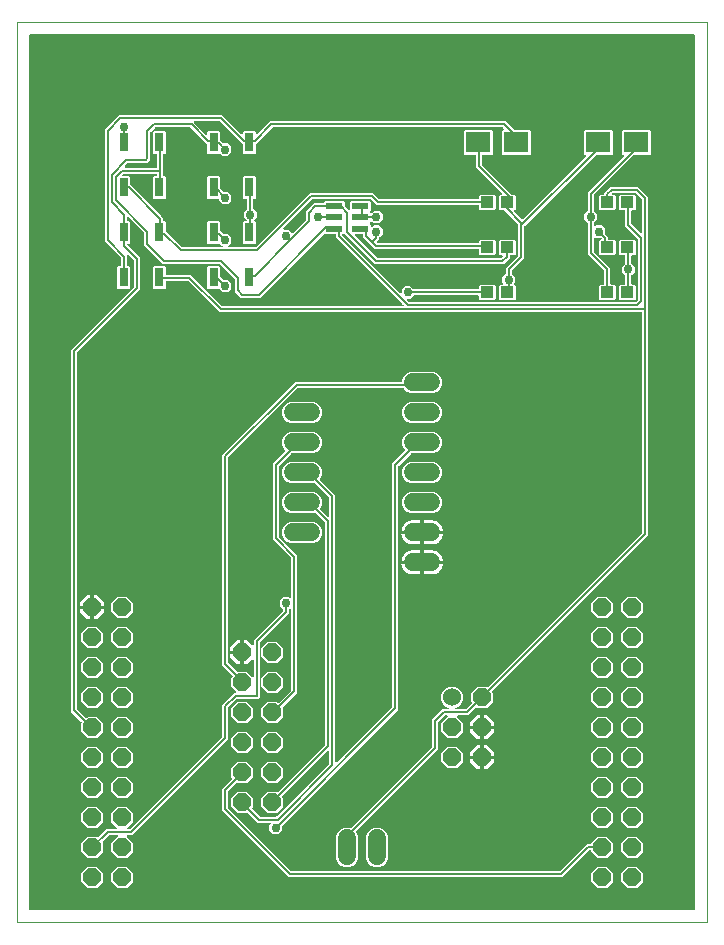
<source format=gtl>
G04 EAGLE Gerber RS-274X export*
G75*
%MOMM*%
%FSLAX34Y34*%
%LPD*%
%INTop Layer*%
%IPPOS*%
%AMOC8*
5,1,8,0,0,1.08239X$1,22.5*%
G01*
%ADD10C,0.000000*%
%ADD11R,1.100000X1.000000*%
%ADD12R,2.150000X1.800000*%
%ADD13P,1.649562X8X112.500000*%
%ADD14R,0.800000X1.600000*%
%ADD15R,1.473200X0.558800*%
%ADD16C,1.524000*%
%ADD17P,1.649562X8X292.500000*%
%ADD18C,1.524000*%
%ADD19C,0.203200*%
%ADD20C,0.756400*%

G36*
X573298Y10164D02*
X573298Y10164D01*
X573317Y10162D01*
X573419Y10184D01*
X573521Y10200D01*
X573538Y10210D01*
X573558Y10214D01*
X573647Y10267D01*
X573738Y10316D01*
X573752Y10330D01*
X573769Y10340D01*
X573836Y10419D01*
X573908Y10494D01*
X573916Y10512D01*
X573929Y10527D01*
X573968Y10623D01*
X574011Y10717D01*
X574013Y10737D01*
X574021Y10755D01*
X574039Y10922D01*
X574039Y751078D01*
X574036Y751098D01*
X574038Y751117D01*
X574016Y751219D01*
X574000Y751321D01*
X573990Y751338D01*
X573986Y751358D01*
X573933Y751447D01*
X573884Y751538D01*
X573870Y751552D01*
X573860Y751569D01*
X573781Y751636D01*
X573706Y751708D01*
X573688Y751716D01*
X573673Y751729D01*
X573577Y751768D01*
X573483Y751811D01*
X573463Y751813D01*
X573445Y751821D01*
X573278Y751839D01*
X10922Y751839D01*
X10902Y751836D01*
X10883Y751838D01*
X10781Y751816D01*
X10679Y751800D01*
X10662Y751790D01*
X10642Y751786D01*
X10553Y751733D01*
X10462Y751684D01*
X10448Y751670D01*
X10431Y751660D01*
X10364Y751581D01*
X10292Y751506D01*
X10284Y751488D01*
X10271Y751473D01*
X10232Y751377D01*
X10189Y751283D01*
X10187Y751263D01*
X10179Y751245D01*
X10161Y751078D01*
X10161Y10922D01*
X10164Y10902D01*
X10162Y10883D01*
X10184Y10781D01*
X10200Y10679D01*
X10210Y10662D01*
X10214Y10642D01*
X10267Y10553D01*
X10316Y10462D01*
X10330Y10448D01*
X10340Y10431D01*
X10419Y10364D01*
X10494Y10292D01*
X10512Y10284D01*
X10527Y10271D01*
X10623Y10232D01*
X10717Y10189D01*
X10737Y10187D01*
X10755Y10179D01*
X10922Y10161D01*
X573278Y10161D01*
X573298Y10164D01*
G37*
%LPC*%
G36*
X277581Y46735D02*
X277581Y46735D01*
X274220Y48127D01*
X271647Y50700D01*
X270255Y54061D01*
X270255Y72939D01*
X271647Y76300D01*
X274220Y78873D01*
X277581Y80265D01*
X281219Y80265D01*
X281952Y79961D01*
X282066Y79935D01*
X282179Y79906D01*
X282185Y79907D01*
X282191Y79905D01*
X282307Y79916D01*
X282424Y79925D01*
X282430Y79928D01*
X282436Y79928D01*
X282543Y79976D01*
X282650Y80021D01*
X282656Y80026D01*
X282661Y80028D01*
X282674Y80041D01*
X282781Y80126D01*
X351058Y148403D01*
X351111Y148477D01*
X351171Y148547D01*
X351183Y148577D01*
X351202Y148603D01*
X351229Y148690D01*
X351263Y148775D01*
X351267Y148816D01*
X351274Y148838D01*
X351273Y148870D01*
X351281Y148942D01*
X351281Y171740D01*
X359882Y180341D01*
X365103Y180341D01*
X365199Y180356D01*
X365296Y180366D01*
X365320Y180376D01*
X365346Y180380D01*
X365432Y180426D01*
X365521Y180466D01*
X365540Y180483D01*
X365563Y180496D01*
X365630Y180566D01*
X365702Y180632D01*
X365715Y180655D01*
X365733Y180674D01*
X365774Y180762D01*
X365821Y180848D01*
X365825Y180873D01*
X365836Y180897D01*
X365847Y180994D01*
X365864Y181090D01*
X365861Y181116D01*
X365864Y181141D01*
X365843Y181237D01*
X365829Y181333D01*
X365817Y181356D01*
X365811Y181382D01*
X365761Y181465D01*
X365717Y181552D01*
X365698Y181571D01*
X365685Y181593D01*
X365611Y181656D01*
X365542Y181724D01*
X365513Y181740D01*
X365498Y181753D01*
X365467Y181765D01*
X365395Y181805D01*
X363120Y182747D01*
X360547Y185320D01*
X359155Y188681D01*
X359155Y192319D01*
X360547Y195680D01*
X363120Y198253D01*
X366481Y199645D01*
X370119Y199645D01*
X373480Y198253D01*
X376053Y195680D01*
X377445Y192319D01*
X377445Y188681D01*
X376053Y185320D01*
X373480Y182747D01*
X371205Y181805D01*
X371122Y181754D01*
X371037Y181708D01*
X371019Y181690D01*
X370996Y181676D01*
X370934Y181600D01*
X370867Y181530D01*
X370856Y181506D01*
X370840Y181486D01*
X370805Y181395D01*
X370764Y181307D01*
X370761Y181281D01*
X370751Y181257D01*
X370747Y181159D01*
X370736Y181063D01*
X370742Y181037D01*
X370741Y181011D01*
X370768Y180917D01*
X370789Y180822D01*
X370802Y180800D01*
X370809Y180775D01*
X370865Y180695D01*
X370915Y180611D01*
X370935Y180594D01*
X370950Y180573D01*
X371028Y180514D01*
X371102Y180451D01*
X371126Y180441D01*
X371147Y180426D01*
X371240Y180396D01*
X371330Y180359D01*
X371362Y180356D01*
X371381Y180350D01*
X371414Y180350D01*
X371497Y180341D01*
X379124Y180341D01*
X379214Y180355D01*
X379305Y180363D01*
X379335Y180375D01*
X379367Y180380D01*
X379448Y180423D01*
X379532Y180459D01*
X379564Y180485D01*
X379584Y180496D01*
X379607Y180519D01*
X379663Y180564D01*
X384645Y185546D01*
X384656Y185562D01*
X384672Y185575D01*
X384728Y185662D01*
X384788Y185746D01*
X384794Y185765D01*
X384805Y185782D01*
X384830Y185882D01*
X384861Y185981D01*
X384860Y186001D01*
X384865Y186020D01*
X384857Y186123D01*
X384854Y186227D01*
X384848Y186246D01*
X384846Y186265D01*
X384806Y186360D01*
X384770Y186458D01*
X384757Y186473D01*
X384750Y186492D01*
X384645Y186623D01*
X384555Y186712D01*
X384555Y194288D01*
X389912Y199645D01*
X397488Y199645D01*
X397577Y199555D01*
X397594Y199544D01*
X397606Y199528D01*
X397693Y199472D01*
X397777Y199412D01*
X397796Y199406D01*
X397813Y199395D01*
X397914Y199370D01*
X398012Y199339D01*
X398032Y199340D01*
X398052Y199335D01*
X398154Y199343D01*
X398258Y199346D01*
X398277Y199352D01*
X398297Y199354D01*
X398391Y199394D01*
X398489Y199430D01*
X398505Y199443D01*
X398523Y199450D01*
X398654Y199555D01*
X528858Y329759D01*
X528911Y329833D01*
X528971Y329903D01*
X528983Y329933D01*
X529002Y329959D01*
X529029Y330046D01*
X529063Y330131D01*
X529067Y330172D01*
X529074Y330194D01*
X529073Y330226D01*
X529081Y330298D01*
X529081Y515874D01*
X529078Y515894D01*
X529080Y515913D01*
X529058Y516015D01*
X529042Y516117D01*
X529032Y516134D01*
X529028Y516154D01*
X528975Y516243D01*
X528926Y516334D01*
X528912Y516348D01*
X528902Y516365D01*
X528823Y516432D01*
X528748Y516504D01*
X528730Y516512D01*
X528715Y516525D01*
X528619Y516564D01*
X528525Y516607D01*
X528505Y516609D01*
X528487Y516617D01*
X528320Y516635D01*
X171414Y516635D01*
X144967Y543082D01*
X144893Y543135D01*
X144823Y543195D01*
X144793Y543207D01*
X144767Y543226D01*
X144680Y543253D01*
X144595Y543287D01*
X144554Y543291D01*
X144532Y543298D01*
X144500Y543297D01*
X144428Y543305D01*
X126586Y543305D01*
X126566Y543302D01*
X126547Y543304D01*
X126445Y543282D01*
X126343Y543266D01*
X126326Y543256D01*
X126306Y543252D01*
X126217Y543199D01*
X126126Y543150D01*
X126112Y543136D01*
X126095Y543126D01*
X126028Y543047D01*
X125956Y542972D01*
X125948Y542954D01*
X125935Y542939D01*
X125896Y542843D01*
X125853Y542749D01*
X125851Y542729D01*
X125843Y542711D01*
X125825Y542544D01*
X125825Y537468D01*
X124932Y536575D01*
X115668Y536575D01*
X114775Y537468D01*
X114775Y554732D01*
X115668Y555625D01*
X124932Y555625D01*
X125825Y554732D01*
X125825Y549148D01*
X125828Y549128D01*
X125826Y549109D01*
X125848Y549007D01*
X125864Y548905D01*
X125874Y548888D01*
X125878Y548868D01*
X125931Y548779D01*
X125980Y548688D01*
X125994Y548674D01*
X126004Y548657D01*
X126083Y548590D01*
X126158Y548518D01*
X126176Y548510D01*
X126191Y548497D01*
X126287Y548458D01*
X126381Y548415D01*
X126401Y548413D01*
X126419Y548405D01*
X126586Y548387D01*
X146848Y548387D01*
X173295Y521940D01*
X173369Y521887D01*
X173439Y521827D01*
X173469Y521815D01*
X173495Y521796D01*
X173582Y521769D01*
X173667Y521735D01*
X173708Y521731D01*
X173730Y521724D01*
X173762Y521725D01*
X173834Y521717D01*
X326292Y521717D01*
X326363Y521728D01*
X326435Y521730D01*
X326484Y521748D01*
X326535Y521756D01*
X326598Y521790D01*
X326666Y521815D01*
X326706Y521847D01*
X326752Y521872D01*
X326802Y521924D01*
X326858Y521968D01*
X326886Y522012D01*
X326922Y522050D01*
X326952Y522115D01*
X326991Y522175D01*
X327004Y522226D01*
X327025Y522273D01*
X327033Y522344D01*
X327051Y522414D01*
X327047Y522466D01*
X327053Y522517D01*
X327037Y522588D01*
X327032Y522659D01*
X327011Y522707D01*
X327000Y522758D01*
X326963Y522819D01*
X326935Y522885D01*
X326891Y522941D01*
X326874Y522969D01*
X326871Y522972D01*
X326870Y522973D01*
X326855Y522986D01*
X326831Y523016D01*
X271205Y578642D01*
X269493Y580354D01*
X269493Y582320D01*
X269490Y582340D01*
X269492Y582359D01*
X269470Y582461D01*
X269454Y582563D01*
X269444Y582580D01*
X269440Y582600D01*
X269387Y582689D01*
X269338Y582780D01*
X269324Y582794D01*
X269314Y582811D01*
X269235Y582878D01*
X269160Y582950D01*
X269142Y582958D01*
X269127Y582971D01*
X269031Y583010D01*
X268937Y583053D01*
X268917Y583055D01*
X268899Y583063D01*
X268732Y583081D01*
X260074Y583081D01*
X259978Y583111D01*
X259958Y583110D01*
X259939Y583115D01*
X259836Y583107D01*
X259732Y583105D01*
X259713Y583098D01*
X259693Y583096D01*
X259599Y583056D01*
X259501Y583020D01*
X259485Y583008D01*
X259467Y583000D01*
X259336Y582895D01*
X205522Y529081D01*
X189194Y529081D01*
X184149Y534126D01*
X184149Y544478D01*
X184135Y544568D01*
X184127Y544659D01*
X184115Y544689D01*
X184110Y544721D01*
X184067Y544802D01*
X184031Y544886D01*
X184005Y544918D01*
X183994Y544938D01*
X183971Y544961D01*
X183926Y545017D01*
X171637Y557306D01*
X171563Y557359D01*
X171493Y557419D01*
X171463Y557431D01*
X171437Y557450D01*
X171350Y557477D01*
X171265Y557511D01*
X171224Y557515D01*
X171202Y557522D01*
X171170Y557521D01*
X171098Y557529D01*
X123408Y557529D01*
X121696Y559240D01*
X121696Y559241D01*
X109407Y571530D01*
X109406Y571530D01*
X107695Y573242D01*
X107695Y583594D01*
X107681Y583684D01*
X107673Y583775D01*
X107661Y583805D01*
X107656Y583837D01*
X107613Y583918D01*
X107577Y584002D01*
X107551Y584034D01*
X107540Y584054D01*
X107517Y584077D01*
X107472Y584133D01*
X94518Y597087D01*
X94460Y597128D01*
X94408Y597178D01*
X94361Y597200D01*
X94319Y597230D01*
X94250Y597251D01*
X94185Y597281D01*
X94133Y597287D01*
X94083Y597303D01*
X94012Y597301D01*
X93941Y597309D01*
X93890Y597297D01*
X93838Y597296D01*
X93770Y597272D01*
X93700Y597256D01*
X93655Y597230D01*
X93607Y597212D01*
X93551Y597167D01*
X93489Y597130D01*
X93455Y597091D01*
X93415Y597058D01*
X93376Y596998D01*
X93329Y596943D01*
X93310Y596895D01*
X93282Y596851D01*
X93264Y596782D01*
X93237Y596715D01*
X93229Y596644D01*
X93221Y596613D01*
X93223Y596589D01*
X93219Y596548D01*
X93219Y594486D01*
X93222Y594466D01*
X93220Y594447D01*
X93242Y594345D01*
X93258Y594243D01*
X93268Y594226D01*
X93272Y594206D01*
X93325Y594117D01*
X93374Y594026D01*
X93388Y594012D01*
X93398Y593995D01*
X93477Y593928D01*
X93552Y593856D01*
X93570Y593848D01*
X93585Y593835D01*
X93681Y593796D01*
X93775Y593753D01*
X93795Y593751D01*
X93813Y593743D01*
X93980Y593725D01*
X94932Y593725D01*
X95825Y592832D01*
X95825Y575568D01*
X94932Y574675D01*
X93980Y574675D01*
X93960Y574672D01*
X93941Y574674D01*
X93839Y574652D01*
X93737Y574636D01*
X93720Y574626D01*
X93700Y574622D01*
X93611Y574569D01*
X93520Y574520D01*
X93506Y574506D01*
X93489Y574496D01*
X93422Y574417D01*
X93350Y574342D01*
X93342Y574324D01*
X93329Y574309D01*
X93290Y574213D01*
X93247Y574119D01*
X93245Y574099D01*
X93237Y574081D01*
X93223Y573955D01*
X93221Y573948D01*
X93222Y573942D01*
X93219Y573914D01*
X93219Y573884D01*
X93220Y573876D01*
X93220Y573875D01*
X93222Y573866D01*
X93233Y573794D01*
X93241Y573703D01*
X93253Y573673D01*
X93258Y573641D01*
X93301Y573560D01*
X93337Y573476D01*
X93363Y573444D01*
X93374Y573424D01*
X93397Y573401D01*
X93442Y573345D01*
X103887Y562900D01*
X103887Y535904D01*
X50770Y482787D01*
X50717Y482713D01*
X50657Y482643D01*
X50645Y482613D01*
X50626Y482587D01*
X50599Y482500D01*
X50565Y482415D01*
X50561Y482374D01*
X50554Y482352D01*
X50555Y482320D01*
X50547Y482248D01*
X50547Y180946D01*
X50561Y180856D01*
X50569Y180765D01*
X50581Y180735D01*
X50586Y180703D01*
X50629Y180622D01*
X50665Y180538D01*
X50691Y180506D01*
X50702Y180486D01*
X50725Y180463D01*
X50770Y180407D01*
X57784Y173393D01*
X57800Y173382D01*
X57813Y173366D01*
X57900Y173310D01*
X57984Y173250D01*
X58003Y173244D01*
X58020Y173233D01*
X58120Y173208D01*
X58219Y173177D01*
X58239Y173178D01*
X58258Y173173D01*
X58361Y173181D01*
X58465Y173184D01*
X58483Y173190D01*
X58503Y173192D01*
X58598Y173232D01*
X58696Y173268D01*
X58711Y173281D01*
X58730Y173288D01*
X58861Y173393D01*
X59712Y174245D01*
X67288Y174245D01*
X72645Y168888D01*
X72645Y161312D01*
X67288Y155955D01*
X59712Y155955D01*
X54355Y161312D01*
X54355Y168976D01*
X54364Y169011D01*
X54385Y169057D01*
X54391Y169107D01*
X54407Y169158D01*
X54406Y169178D01*
X54411Y169198D01*
X54407Y169251D01*
X54413Y169301D01*
X54402Y169351D01*
X54400Y169404D01*
X54394Y169423D01*
X54392Y169443D01*
X54371Y169492D01*
X54360Y169542D01*
X54334Y169586D01*
X54316Y169635D01*
X54303Y169651D01*
X54296Y169669D01*
X54250Y169726D01*
X54234Y169753D01*
X54217Y169768D01*
X54191Y169800D01*
X47177Y176814D01*
X45465Y178526D01*
X45465Y484668D01*
X98582Y537785D01*
X98635Y537859D01*
X98695Y537929D01*
X98707Y537959D01*
X98726Y537985D01*
X98753Y538072D01*
X98787Y538157D01*
X98791Y538198D01*
X98798Y538220D01*
X98797Y538252D01*
X98805Y538324D01*
X98805Y560480D01*
X98791Y560570D01*
X98783Y560661D01*
X98771Y560691D01*
X98766Y560723D01*
X98723Y560804D01*
X98687Y560888D01*
X98661Y560920D01*
X98650Y560940D01*
X98627Y560963D01*
X98582Y561019D01*
X94518Y565083D01*
X94460Y565124D01*
X94408Y565174D01*
X94361Y565196D01*
X94319Y565226D01*
X94250Y565247D01*
X94185Y565277D01*
X94133Y565283D01*
X94083Y565299D01*
X94012Y565297D01*
X93941Y565305D01*
X93890Y565293D01*
X93838Y565292D01*
X93770Y565268D01*
X93700Y565252D01*
X93655Y565226D01*
X93607Y565208D01*
X93551Y565163D01*
X93489Y565126D01*
X93455Y565087D01*
X93415Y565054D01*
X93376Y564994D01*
X93329Y564939D01*
X93310Y564891D01*
X93282Y564847D01*
X93264Y564778D01*
X93237Y564711D01*
X93229Y564640D01*
X93221Y564609D01*
X93223Y564585D01*
X93219Y564544D01*
X93219Y556386D01*
X93222Y556366D01*
X93220Y556347D01*
X93242Y556245D01*
X93258Y556143D01*
X93268Y556126D01*
X93272Y556106D01*
X93325Y556017D01*
X93374Y555926D01*
X93388Y555912D01*
X93398Y555895D01*
X93477Y555828D01*
X93552Y555756D01*
X93570Y555748D01*
X93585Y555735D01*
X93681Y555696D01*
X93775Y555653D01*
X93795Y555651D01*
X93813Y555643D01*
X93980Y555625D01*
X94932Y555625D01*
X95825Y554732D01*
X95825Y537468D01*
X94932Y536575D01*
X85668Y536575D01*
X84775Y537468D01*
X84775Y554732D01*
X85668Y555625D01*
X87376Y555625D01*
X87396Y555628D01*
X87415Y555626D01*
X87517Y555648D01*
X87619Y555664D01*
X87636Y555674D01*
X87656Y555678D01*
X87745Y555731D01*
X87836Y555780D01*
X87850Y555794D01*
X87867Y555804D01*
X87934Y555883D01*
X88006Y555958D01*
X88014Y555976D01*
X88027Y555991D01*
X88066Y556087D01*
X88109Y556181D01*
X88111Y556201D01*
X88119Y556219D01*
X88137Y556386D01*
X88137Y562258D01*
X88123Y562348D01*
X88115Y562439D01*
X88103Y562469D01*
X88098Y562501D01*
X88055Y562582D01*
X88019Y562666D01*
X87993Y562698D01*
X87982Y562718D01*
X87959Y562741D01*
X87914Y562797D01*
X73913Y576798D01*
X73913Y671358D01*
X86070Y683515D01*
X173518Y683515D01*
X189676Y667357D01*
X189734Y667316D01*
X189786Y667266D01*
X189833Y667244D01*
X189875Y667214D01*
X189944Y667193D01*
X190009Y667163D01*
X190061Y667157D01*
X190111Y667141D01*
X190182Y667143D01*
X190253Y667135D01*
X190304Y667147D01*
X190356Y667148D01*
X190424Y667172D01*
X190494Y667188D01*
X190539Y667214D01*
X190587Y667232D01*
X190643Y667277D01*
X190705Y667314D01*
X190739Y667353D01*
X190779Y667386D01*
X190818Y667446D01*
X190865Y667501D01*
X190884Y667549D01*
X190912Y667593D01*
X190930Y667662D01*
X190957Y667729D01*
X190965Y667800D01*
X190973Y667831D01*
X190971Y667855D01*
X190975Y667896D01*
X190975Y669032D01*
X191868Y669925D01*
X201132Y669925D01*
X202025Y669032D01*
X202025Y667958D01*
X202036Y667887D01*
X202038Y667815D01*
X202056Y667766D01*
X202064Y667715D01*
X202098Y667652D01*
X202123Y667584D01*
X202155Y667544D01*
X202180Y667498D01*
X202232Y667448D01*
X202276Y667392D01*
X202320Y667364D01*
X202358Y667328D01*
X202423Y667298D01*
X202483Y667259D01*
X202534Y667246D01*
X202581Y667225D01*
X202652Y667217D01*
X202722Y667199D01*
X202774Y667203D01*
X202825Y667197D01*
X202896Y667213D01*
X202967Y667218D01*
X203015Y667239D01*
X203066Y667250D01*
X203127Y667287D01*
X203193Y667315D01*
X203249Y667359D01*
X203277Y667376D01*
X203292Y667394D01*
X203324Y667419D01*
X214086Y678181D01*
X413548Y678181D01*
X420581Y671148D01*
X420655Y671095D01*
X420725Y671035D01*
X420755Y671023D01*
X420781Y671004D01*
X420868Y670977D01*
X420953Y670943D01*
X420994Y670939D01*
X421016Y670932D01*
X421048Y670933D01*
X421120Y670925D01*
X434032Y670925D01*
X434925Y670032D01*
X434925Y650768D01*
X434032Y649875D01*
X411268Y649875D01*
X410375Y650768D01*
X410375Y670032D01*
X411268Y670925D01*
X411780Y670925D01*
X411851Y670936D01*
X411923Y670938D01*
X411972Y670956D01*
X412023Y670964D01*
X412086Y670998D01*
X412154Y671023D01*
X412195Y671055D01*
X412240Y671080D01*
X412290Y671131D01*
X412346Y671176D01*
X412374Y671220D01*
X412410Y671258D01*
X412440Y671323D01*
X412479Y671383D01*
X412492Y671434D01*
X412513Y671481D01*
X412521Y671552D01*
X412539Y671622D01*
X412535Y671674D01*
X412541Y671725D01*
X412525Y671796D01*
X412520Y671867D01*
X412499Y671915D01*
X412488Y671966D01*
X412451Y672027D01*
X412423Y672093D01*
X412379Y672149D01*
X412362Y672177D01*
X412361Y672178D01*
X412344Y672192D01*
X412319Y672224D01*
X411667Y672876D01*
X411592Y672930D01*
X411523Y672989D01*
X411493Y673001D01*
X411467Y673020D01*
X411380Y673047D01*
X411295Y673081D01*
X411254Y673085D01*
X411232Y673092D01*
X411200Y673091D01*
X411128Y673099D01*
X216506Y673099D01*
X216416Y673085D01*
X216325Y673077D01*
X216295Y673065D01*
X216263Y673060D01*
X216182Y673017D01*
X216098Y672981D01*
X216066Y672955D01*
X216046Y672944D01*
X216023Y672921D01*
X215967Y672876D01*
X202248Y659157D01*
X202195Y659083D01*
X202135Y659013D01*
X202123Y658983D01*
X202104Y658957D01*
X202077Y658870D01*
X202043Y658785D01*
X202039Y658744D01*
X202032Y658722D01*
X202033Y658690D01*
X202025Y658618D01*
X202025Y651768D01*
X201132Y650875D01*
X191868Y650875D01*
X190975Y651768D01*
X190975Y658556D01*
X190961Y658646D01*
X190953Y658737D01*
X190941Y658767D01*
X190936Y658799D01*
X190893Y658880D01*
X190857Y658964D01*
X190831Y658996D01*
X190820Y659016D01*
X190797Y659039D01*
X190752Y659095D01*
X171637Y678210D01*
X171563Y678263D01*
X171493Y678323D01*
X171463Y678335D01*
X171437Y678354D01*
X171350Y678381D01*
X171265Y678415D01*
X171224Y678419D01*
X171202Y678426D01*
X171170Y678425D01*
X171098Y678433D01*
X150212Y678433D01*
X150141Y678422D01*
X150069Y678420D01*
X150020Y678402D01*
X149969Y678394D01*
X149906Y678360D01*
X149838Y678335D01*
X149797Y678303D01*
X149752Y678278D01*
X149702Y678227D01*
X149646Y678182D01*
X149618Y678138D01*
X149582Y678100D01*
X149552Y678035D01*
X149513Y677975D01*
X149500Y677924D01*
X149479Y677877D01*
X149471Y677806D01*
X149453Y677736D01*
X149457Y677684D01*
X149451Y677633D01*
X149467Y677562D01*
X149472Y677491D01*
X149493Y677443D01*
X149504Y677392D01*
X149541Y677331D01*
X149569Y677265D01*
X149613Y677209D01*
X149630Y677181D01*
X149648Y677166D01*
X149673Y677134D01*
X159676Y667131D01*
X159734Y667090D01*
X159786Y667040D01*
X159833Y667018D01*
X159875Y666988D01*
X159944Y666967D01*
X160009Y666937D01*
X160061Y666931D01*
X160111Y666915D01*
X160182Y666917D01*
X160253Y666909D01*
X160304Y666921D01*
X160356Y666922D01*
X160424Y666946D01*
X160494Y666962D01*
X160538Y666988D01*
X160587Y667006D01*
X160643Y667051D01*
X160705Y667088D01*
X160739Y667127D01*
X160779Y667160D01*
X160818Y667220D01*
X160865Y667275D01*
X160884Y667323D01*
X160912Y667367D01*
X160930Y667436D01*
X160957Y667503D01*
X160965Y667574D01*
X160973Y667605D01*
X160971Y667629D01*
X160975Y667670D01*
X160975Y669032D01*
X161868Y669925D01*
X171132Y669925D01*
X172025Y669032D01*
X172025Y662210D01*
X172039Y662120D01*
X172047Y662029D01*
X172059Y661999D01*
X172064Y661967D01*
X172107Y661886D01*
X172143Y661802D01*
X172169Y661770D01*
X172180Y661750D01*
X172203Y661727D01*
X172248Y661671D01*
X173452Y660468D01*
X173452Y660467D01*
X174085Y659834D01*
X174160Y659780D01*
X174229Y659721D01*
X174259Y659709D01*
X174285Y659690D01*
X174372Y659663D01*
X174457Y659629D01*
X174498Y659625D01*
X174520Y659618D01*
X174552Y659619D01*
X174624Y659611D01*
X178220Y659611D01*
X181329Y656502D01*
X181329Y652106D01*
X178220Y648997D01*
X173824Y648997D01*
X172077Y650744D01*
X172061Y650756D01*
X172048Y650771D01*
X171961Y650827D01*
X171877Y650888D01*
X171858Y650894D01*
X171841Y650904D01*
X171741Y650930D01*
X171642Y650960D01*
X171622Y650960D01*
X171603Y650964D01*
X171500Y650956D01*
X171396Y650954D01*
X171377Y650947D01*
X171358Y650945D01*
X171263Y650905D01*
X171182Y650875D01*
X161868Y650875D01*
X160975Y651768D01*
X160975Y658330D01*
X160961Y658420D01*
X160953Y658511D01*
X160941Y658541D01*
X160936Y658573D01*
X160893Y658654D01*
X160857Y658738D01*
X160831Y658770D01*
X160820Y658790D01*
X160797Y658813D01*
X160752Y658869D01*
X146745Y672876D01*
X146671Y672929D01*
X146601Y672989D01*
X146571Y673001D01*
X146545Y673020D01*
X146458Y673047D01*
X146373Y673081D01*
X146332Y673085D01*
X146310Y673092D01*
X146278Y673091D01*
X146206Y673099D01*
X116938Y673099D01*
X116848Y673085D01*
X116757Y673077D01*
X116727Y673065D01*
X116695Y673060D01*
X116614Y673017D01*
X116530Y672981D01*
X116498Y672955D01*
X116478Y672944D01*
X116455Y672921D01*
X116399Y672876D01*
X113000Y669477D01*
X112947Y669403D01*
X112887Y669333D01*
X112875Y669303D01*
X112856Y669277D01*
X112829Y669190D01*
X112795Y669105D01*
X112791Y669064D01*
X112784Y669042D01*
X112785Y669010D01*
X112777Y668938D01*
X112777Y645886D01*
X109764Y642873D01*
X93824Y642873D01*
X93734Y642859D01*
X93643Y642851D01*
X93613Y642839D01*
X93581Y642834D01*
X93500Y642791D01*
X93416Y642755D01*
X93384Y642729D01*
X93364Y642718D01*
X93341Y642695D01*
X93285Y642650D01*
X90999Y640364D01*
X90958Y640306D01*
X90908Y640254D01*
X90886Y640207D01*
X90856Y640165D01*
X90835Y640096D01*
X90805Y640031D01*
X90799Y639979D01*
X90783Y639929D01*
X90785Y639858D01*
X90777Y639787D01*
X90789Y639736D01*
X90790Y639684D01*
X90814Y639616D01*
X90830Y639546D01*
X90856Y639501D01*
X90874Y639453D01*
X90919Y639397D01*
X90956Y639335D01*
X90995Y639301D01*
X91028Y639261D01*
X91088Y639222D01*
X91143Y639175D01*
X91191Y639156D01*
X91235Y639128D01*
X91304Y639110D01*
X91371Y639083D01*
X91442Y639075D01*
X91473Y639067D01*
X91497Y639069D01*
X91538Y639065D01*
X117602Y639065D01*
X117622Y639068D01*
X117641Y639066D01*
X117743Y639088D01*
X117845Y639104D01*
X117862Y639114D01*
X117882Y639118D01*
X117971Y639171D01*
X118062Y639220D01*
X118076Y639234D01*
X118093Y639244D01*
X118160Y639323D01*
X118232Y639398D01*
X118240Y639416D01*
X118253Y639431D01*
X118292Y639527D01*
X118335Y639621D01*
X118337Y639641D01*
X118345Y639659D01*
X118363Y639826D01*
X118363Y650114D01*
X118360Y650134D01*
X118362Y650153D01*
X118340Y650255D01*
X118324Y650357D01*
X118314Y650374D01*
X118310Y650394D01*
X118257Y650483D01*
X118208Y650574D01*
X118194Y650588D01*
X118184Y650605D01*
X118105Y650672D01*
X118030Y650744D01*
X118012Y650752D01*
X117997Y650765D01*
X117901Y650804D01*
X117807Y650847D01*
X117787Y650849D01*
X117769Y650857D01*
X117602Y650875D01*
X115668Y650875D01*
X114775Y651768D01*
X114775Y669032D01*
X115668Y669925D01*
X124932Y669925D01*
X125825Y669032D01*
X125825Y651768D01*
X124932Y650875D01*
X124206Y650875D01*
X124186Y650872D01*
X124167Y650874D01*
X124065Y650852D01*
X123963Y650836D01*
X123946Y650826D01*
X123926Y650822D01*
X123837Y650769D01*
X123746Y650720D01*
X123732Y650706D01*
X123715Y650696D01*
X123648Y650617D01*
X123576Y650542D01*
X123568Y650524D01*
X123555Y650509D01*
X123516Y650413D01*
X123473Y650319D01*
X123471Y650299D01*
X123463Y650281D01*
X123445Y650114D01*
X123445Y632586D01*
X123448Y632566D01*
X123446Y632547D01*
X123468Y632445D01*
X123484Y632343D01*
X123494Y632326D01*
X123498Y632306D01*
X123551Y632217D01*
X123600Y632126D01*
X123614Y632112D01*
X123624Y632095D01*
X123703Y632028D01*
X123778Y631956D01*
X123796Y631948D01*
X123811Y631935D01*
X123907Y631896D01*
X124001Y631853D01*
X124021Y631851D01*
X124039Y631843D01*
X124206Y631825D01*
X124932Y631825D01*
X125825Y630932D01*
X125825Y613668D01*
X124932Y612775D01*
X115668Y612775D01*
X114775Y613668D01*
X114775Y630932D01*
X115668Y631825D01*
X117602Y631825D01*
X117622Y631828D01*
X117641Y631826D01*
X117743Y631848D01*
X117845Y631864D01*
X117862Y631874D01*
X117882Y631878D01*
X117971Y631931D01*
X118062Y631980D01*
X118076Y631994D01*
X118093Y632004D01*
X118160Y632083D01*
X118232Y632158D01*
X118240Y632176D01*
X118253Y632191D01*
X118292Y632287D01*
X118335Y632381D01*
X118337Y632401D01*
X118345Y632419D01*
X118363Y632586D01*
X118363Y633222D01*
X118360Y633242D01*
X118362Y633261D01*
X118340Y633363D01*
X118324Y633465D01*
X118314Y633482D01*
X118310Y633502D01*
X118257Y633591D01*
X118208Y633682D01*
X118194Y633696D01*
X118184Y633713D01*
X118105Y633780D01*
X118030Y633852D01*
X118012Y633860D01*
X117997Y633873D01*
X117901Y633912D01*
X117807Y633955D01*
X117787Y633957D01*
X117769Y633965D01*
X117602Y633983D01*
X90268Y633983D01*
X90178Y633969D01*
X90087Y633961D01*
X90057Y633949D01*
X90025Y633944D01*
X89945Y633901D01*
X89860Y633865D01*
X89828Y633839D01*
X89808Y633828D01*
X89786Y633805D01*
X89729Y633760D01*
X89093Y633124D01*
X89051Y633066D01*
X89002Y633014D01*
X88980Y632967D01*
X88950Y632925D01*
X88929Y632856D01*
X88899Y632791D01*
X88893Y632739D01*
X88877Y632689D01*
X88879Y632618D01*
X88871Y632547D01*
X88883Y632496D01*
X88884Y632444D01*
X88908Y632376D01*
X88924Y632306D01*
X88950Y632261D01*
X88968Y632213D01*
X89013Y632157D01*
X89050Y632095D01*
X89089Y632061D01*
X89122Y632021D01*
X89182Y631982D01*
X89237Y631935D01*
X89285Y631916D01*
X89329Y631888D01*
X89398Y631870D01*
X89465Y631843D01*
X89536Y631835D01*
X89567Y631827D01*
X89591Y631829D01*
X89632Y631825D01*
X94932Y631825D01*
X95825Y630932D01*
X95825Y624618D01*
X95839Y624528D01*
X95847Y624437D01*
X95859Y624407D01*
X95864Y624375D01*
X95907Y624294D01*
X95943Y624210D01*
X95969Y624178D01*
X95980Y624158D01*
X96003Y624135D01*
X96048Y624079D01*
X121733Y598394D01*
X123445Y596682D01*
X123445Y594486D01*
X123448Y594466D01*
X123446Y594447D01*
X123468Y594345D01*
X123484Y594243D01*
X123494Y594226D01*
X123498Y594206D01*
X123551Y594117D01*
X123600Y594026D01*
X123614Y594012D01*
X123624Y593995D01*
X123703Y593928D01*
X123778Y593856D01*
X123796Y593848D01*
X123811Y593835D01*
X123907Y593796D01*
X124001Y593753D01*
X124021Y593751D01*
X124039Y593743D01*
X124206Y593725D01*
X124932Y593725D01*
X125825Y592832D01*
X125825Y585728D01*
X125839Y585638D01*
X125847Y585547D01*
X125859Y585517D01*
X125864Y585485D01*
X125907Y585404D01*
X125943Y585320D01*
X125969Y585288D01*
X125980Y585268D01*
X126003Y585245D01*
X126048Y585189D01*
X127224Y584013D01*
X139513Y571724D01*
X139587Y571671D01*
X139657Y571611D01*
X139687Y571599D01*
X139713Y571580D01*
X139800Y571553D01*
X139885Y571519D01*
X139926Y571515D01*
X139948Y571508D01*
X139980Y571509D01*
X140052Y571501D01*
X173029Y571501D01*
X173099Y571512D01*
X173171Y571514D01*
X173220Y571532D01*
X173271Y571540D01*
X173335Y571574D01*
X173402Y571599D01*
X173443Y571631D01*
X173489Y571656D01*
X173538Y571708D01*
X173594Y571752D01*
X173622Y571796D01*
X173658Y571834D01*
X173688Y571899D01*
X173727Y571959D01*
X173740Y572010D01*
X173762Y572057D01*
X173770Y572128D01*
X173787Y572198D01*
X173783Y572250D01*
X173789Y572301D01*
X173774Y572372D01*
X173768Y572443D01*
X173748Y572491D01*
X173737Y572542D01*
X173700Y572603D01*
X173672Y572669D01*
X173627Y572725D01*
X173610Y572753D01*
X173593Y572768D01*
X173567Y572800D01*
X171915Y574452D01*
X171841Y574505D01*
X171771Y574565D01*
X171741Y574577D01*
X171715Y574596D01*
X171628Y574623D01*
X171543Y574657D01*
X171502Y574661D01*
X171480Y574668D01*
X171448Y574667D01*
X171377Y574675D01*
X161868Y574675D01*
X160975Y575568D01*
X160975Y592832D01*
X161868Y593725D01*
X171132Y593725D01*
X172025Y592832D01*
X172025Y585756D01*
X172039Y585666D01*
X172047Y585575D01*
X172059Y585545D01*
X172064Y585513D01*
X172107Y585432D01*
X172143Y585348D01*
X172169Y585316D01*
X172180Y585296D01*
X172203Y585273D01*
X172248Y585217D01*
X174085Y583380D01*
X174159Y583327D01*
X174229Y583267D01*
X174259Y583255D01*
X174285Y583236D01*
X174372Y583209D01*
X174457Y583175D01*
X174498Y583171D01*
X174520Y583164D01*
X174552Y583165D01*
X174624Y583157D01*
X178220Y583157D01*
X181329Y580048D01*
X181329Y575652D01*
X178477Y572800D01*
X178435Y572742D01*
X178386Y572690D01*
X178364Y572643D01*
X178334Y572601D01*
X178312Y572532D01*
X178282Y572467D01*
X178277Y572415D01*
X178261Y572365D01*
X178263Y572294D01*
X178255Y572223D01*
X178266Y572172D01*
X178268Y572120D01*
X178292Y572052D01*
X178307Y571982D01*
X178334Y571937D01*
X178352Y571889D01*
X178397Y571833D01*
X178434Y571771D01*
X178473Y571737D01*
X178506Y571697D01*
X178566Y571658D01*
X178621Y571611D01*
X178669Y571592D01*
X178713Y571564D01*
X178782Y571546D01*
X178849Y571519D01*
X178920Y571511D01*
X178951Y571503D01*
X178974Y571505D01*
X179015Y571501D01*
X201324Y571501D01*
X201414Y571515D01*
X201505Y571523D01*
X201535Y571535D01*
X201567Y571540D01*
X201648Y571583D01*
X201732Y571619D01*
X201764Y571645D01*
X201784Y571656D01*
X201807Y571679D01*
X201863Y571724D01*
X247868Y617729D01*
X301534Y617729D01*
X306645Y612618D01*
X306719Y612565D01*
X306789Y612505D01*
X306819Y612493D01*
X306845Y612474D01*
X306932Y612447D01*
X307017Y612413D01*
X307058Y612409D01*
X307080Y612402D01*
X307112Y612403D01*
X307184Y612395D01*
X390114Y612395D01*
X390134Y612398D01*
X390153Y612396D01*
X390255Y612418D01*
X390357Y612434D01*
X390374Y612444D01*
X390394Y612448D01*
X390483Y612501D01*
X390574Y612550D01*
X390588Y612564D01*
X390605Y612574D01*
X390672Y612653D01*
X390744Y612728D01*
X390752Y612746D01*
X390765Y612761D01*
X390804Y612857D01*
X390847Y612951D01*
X390849Y612971D01*
X390857Y612989D01*
X390875Y613156D01*
X390875Y615232D01*
X391768Y616125D01*
X404032Y616125D01*
X404925Y615232D01*
X404925Y603968D01*
X404032Y603075D01*
X391768Y603075D01*
X390875Y603968D01*
X390875Y606552D01*
X390872Y606572D01*
X390874Y606591D01*
X390852Y606693D01*
X390836Y606795D01*
X390826Y606812D01*
X390822Y606832D01*
X390769Y606921D01*
X390720Y607012D01*
X390706Y607026D01*
X390696Y607043D01*
X390617Y607110D01*
X390542Y607182D01*
X390524Y607190D01*
X390509Y607203D01*
X390413Y607242D01*
X390319Y607285D01*
X390299Y607287D01*
X390281Y607295D01*
X390114Y607313D01*
X304764Y607313D01*
X299653Y612424D01*
X299579Y612477D01*
X299509Y612537D01*
X299479Y612549D01*
X299453Y612568D01*
X299366Y612595D01*
X299281Y612629D01*
X299240Y612633D01*
X299218Y612640D01*
X299186Y612639D01*
X299114Y612647D01*
X250288Y612647D01*
X250198Y612633D01*
X250107Y612625D01*
X250077Y612613D01*
X250045Y612608D01*
X249964Y612565D01*
X249880Y612529D01*
X249848Y612503D01*
X249828Y612492D01*
X249805Y612469D01*
X249749Y612424D01*
X225337Y588012D01*
X225296Y587954D01*
X225246Y587902D01*
X225224Y587855D01*
X225194Y587813D01*
X225173Y587744D01*
X225143Y587679D01*
X225137Y587627D01*
X225121Y587577D01*
X225123Y587506D01*
X225115Y587435D01*
X225127Y587384D01*
X225128Y587332D01*
X225152Y587264D01*
X225168Y587194D01*
X225194Y587149D01*
X225212Y587101D01*
X225257Y587045D01*
X225294Y586983D01*
X225333Y586949D01*
X225366Y586909D01*
X225426Y586870D01*
X225481Y586823D01*
X225529Y586804D01*
X225573Y586776D01*
X225642Y586758D01*
X225709Y586731D01*
X225780Y586723D01*
X225811Y586715D01*
X225835Y586717D01*
X225876Y586713D01*
X229782Y586713D01*
X232558Y583937D01*
X232574Y583926D01*
X232586Y583910D01*
X232673Y583854D01*
X232757Y583794D01*
X232776Y583788D01*
X232793Y583777D01*
X232894Y583752D01*
X232992Y583721D01*
X233012Y583722D01*
X233032Y583717D01*
X233135Y583725D01*
X233238Y583728D01*
X233257Y583735D01*
X233277Y583736D01*
X233372Y583777D01*
X233469Y583812D01*
X233485Y583825D01*
X233503Y583832D01*
X233634Y583937D01*
X244378Y594681D01*
X244431Y594755D01*
X244491Y594825D01*
X244503Y594855D01*
X244522Y594881D01*
X244549Y594968D01*
X244583Y595053D01*
X244587Y595094D01*
X244594Y595116D01*
X244593Y595148D01*
X244601Y595220D01*
X244601Y602016D01*
X251424Y608839D01*
X258572Y608839D01*
X258592Y608842D01*
X258611Y608840D01*
X258713Y608862D01*
X258815Y608878D01*
X258832Y608888D01*
X258852Y608892D01*
X258941Y608945D01*
X259032Y608994D01*
X259046Y609008D01*
X259063Y609018D01*
X259130Y609097D01*
X259202Y609172D01*
X259210Y609190D01*
X259223Y609205D01*
X259262Y609301D01*
X259305Y609395D01*
X259307Y609415D01*
X259315Y609433D01*
X259333Y609600D01*
X259333Y609826D01*
X260226Y610719D01*
X276222Y610719D01*
X277115Y609826D01*
X277115Y606904D01*
X277129Y606814D01*
X277137Y606723D01*
X277149Y606693D01*
X277154Y606661D01*
X277197Y606580D01*
X277233Y606496D01*
X277259Y606464D01*
X277270Y606444D01*
X277293Y606421D01*
X277338Y606365D01*
X280386Y603317D01*
X280444Y603276D01*
X280496Y603226D01*
X280543Y603204D01*
X280585Y603174D01*
X280654Y603153D01*
X280719Y603123D01*
X280771Y603117D01*
X280821Y603101D01*
X280892Y603103D01*
X280963Y603095D01*
X281014Y603107D01*
X281066Y603108D01*
X281134Y603132D01*
X281204Y603148D01*
X281249Y603174D01*
X281297Y603192D01*
X281353Y603237D01*
X281415Y603274D01*
X281449Y603313D01*
X281489Y603346D01*
X281528Y603406D01*
X281575Y603461D01*
X281594Y603509D01*
X281622Y603553D01*
X281640Y603622D01*
X281667Y603689D01*
X281675Y603760D01*
X281683Y603791D01*
X281681Y603815D01*
X281685Y603856D01*
X281685Y609826D01*
X282578Y610719D01*
X298574Y610719D01*
X299467Y609826D01*
X299467Y602974D01*
X298681Y602188D01*
X298669Y602172D01*
X298653Y602160D01*
X298625Y602115D01*
X298591Y602080D01*
X298570Y602035D01*
X298537Y601989D01*
X298531Y601970D01*
X298520Y601953D01*
X298506Y601897D01*
X298488Y601857D01*
X298483Y601812D01*
X298465Y601753D01*
X298465Y601734D01*
X298460Y601714D01*
X298465Y601653D01*
X298461Y601613D01*
X298469Y601572D01*
X298471Y601508D01*
X298478Y601489D01*
X298479Y601469D01*
X298505Y601409D01*
X298513Y601372D01*
X298533Y601339D01*
X298555Y601277D01*
X298568Y601261D01*
X298576Y601243D01*
X298633Y601171D01*
X298639Y601161D01*
X298645Y601156D01*
X298681Y601112D01*
X298920Y600872D01*
X298937Y600860D01*
X298949Y600845D01*
X299036Y600789D01*
X299120Y600728D01*
X299139Y600722D01*
X299156Y600712D01*
X299256Y600686D01*
X299355Y600656D01*
X299375Y600656D01*
X299394Y600652D01*
X299497Y600660D01*
X299601Y600662D01*
X299620Y600669D01*
X299640Y600671D01*
X299734Y600711D01*
X299832Y600747D01*
X299848Y600759D01*
X299866Y600767D01*
X299997Y600872D01*
X301840Y602715D01*
X306236Y602715D01*
X309345Y599606D01*
X309345Y595210D01*
X306236Y592101D01*
X301840Y592101D01*
X300505Y593436D01*
X300489Y593448D01*
X300476Y593463D01*
X300389Y593519D01*
X300305Y593580D01*
X300286Y593586D01*
X300269Y593596D01*
X300169Y593622D01*
X300070Y593652D01*
X300050Y593652D01*
X300031Y593656D01*
X299928Y593648D01*
X299824Y593646D01*
X299805Y593639D01*
X299786Y593637D01*
X299691Y593597D01*
X299593Y593561D01*
X299578Y593549D01*
X299559Y593541D01*
X299428Y593436D01*
X298681Y592688D01*
X298669Y592672D01*
X298653Y592660D01*
X298597Y592573D01*
X298537Y592489D01*
X298531Y592469D01*
X298520Y592453D01*
X298495Y592352D01*
X298465Y592253D01*
X298465Y592234D01*
X298460Y592214D01*
X298468Y592111D01*
X298471Y592008D01*
X298478Y591989D01*
X298479Y591969D01*
X298520Y591874D01*
X298556Y591777D01*
X298568Y591761D01*
X298576Y591743D01*
X298681Y591612D01*
X299467Y590826D01*
X299467Y589733D01*
X299478Y589663D01*
X299480Y589591D01*
X299498Y589542D01*
X299506Y589491D01*
X299540Y589427D01*
X299565Y589360D01*
X299597Y589319D01*
X299622Y589273D01*
X299674Y589224D01*
X299718Y589168D01*
X299762Y589140D01*
X299800Y589104D01*
X299865Y589074D01*
X299925Y589035D01*
X299976Y589022D01*
X300023Y589000D01*
X300094Y588992D01*
X300164Y588975D01*
X300216Y588979D01*
X300267Y588973D01*
X300338Y588988D01*
X300409Y588994D01*
X300457Y589014D01*
X300508Y589025D01*
X300569Y589062D01*
X300635Y589090D01*
X300691Y589135D01*
X300719Y589152D01*
X300734Y589169D01*
X300766Y589195D01*
X301840Y590269D01*
X306236Y590269D01*
X309345Y587160D01*
X309345Y582764D01*
X306802Y580221D01*
X306749Y580147D01*
X306689Y580077D01*
X306677Y580047D01*
X306658Y580021D01*
X306631Y579934D01*
X306597Y579849D01*
X306593Y579808D01*
X306586Y579786D01*
X306587Y579754D01*
X306579Y579683D01*
X306579Y578576D01*
X304613Y576610D01*
X304602Y576594D01*
X304586Y576582D01*
X304530Y576494D01*
X304470Y576411D01*
X304464Y576391D01*
X304453Y576375D01*
X304428Y576274D01*
X304398Y576175D01*
X304398Y576155D01*
X304393Y576136D01*
X304401Y576033D01*
X304404Y575930D01*
X304411Y575911D01*
X304412Y575891D01*
X304453Y575796D01*
X304488Y575699D01*
X304501Y575683D01*
X304509Y575665D01*
X304613Y575534D01*
X304867Y575280D01*
X304941Y575227D01*
X305011Y575167D01*
X305041Y575155D01*
X305067Y575136D01*
X305154Y575109D01*
X305239Y575075D01*
X305280Y575071D01*
X305302Y575064D01*
X305334Y575065D01*
X305406Y575057D01*
X390114Y575057D01*
X390134Y575060D01*
X390153Y575058D01*
X390255Y575080D01*
X390357Y575096D01*
X390374Y575106D01*
X390394Y575110D01*
X390483Y575163D01*
X390574Y575212D01*
X390588Y575226D01*
X390605Y575236D01*
X390672Y575315D01*
X390744Y575390D01*
X390752Y575408D01*
X390765Y575423D01*
X390804Y575519D01*
X390847Y575613D01*
X390849Y575633D01*
X390857Y575651D01*
X390875Y575818D01*
X390875Y577132D01*
X391768Y578025D01*
X404032Y578025D01*
X404925Y577132D01*
X404925Y565868D01*
X404032Y564975D01*
X391768Y564975D01*
X390875Y565868D01*
X390875Y569214D01*
X390872Y569234D01*
X390874Y569253D01*
X390852Y569355D01*
X390836Y569457D01*
X390826Y569474D01*
X390822Y569494D01*
X390769Y569583D01*
X390720Y569674D01*
X390706Y569688D01*
X390696Y569705D01*
X390617Y569772D01*
X390542Y569844D01*
X390524Y569852D01*
X390509Y569865D01*
X390413Y569904D01*
X390319Y569947D01*
X390299Y569949D01*
X390281Y569957D01*
X390114Y569975D01*
X302986Y569975D01*
X299653Y573308D01*
X299652Y573308D01*
X297718Y575242D01*
X297718Y575243D01*
X294319Y578642D01*
X292607Y580354D01*
X292607Y582320D01*
X292604Y582340D01*
X292606Y582359D01*
X292584Y582461D01*
X292568Y582563D01*
X292558Y582580D01*
X292554Y582600D01*
X292501Y582689D01*
X292452Y582780D01*
X292438Y582794D01*
X292428Y582811D01*
X292349Y582878D01*
X292274Y582950D01*
X292256Y582958D01*
X292241Y582971D01*
X292145Y583010D01*
X292051Y583053D01*
X292031Y583055D01*
X292013Y583063D01*
X291846Y583081D01*
X286458Y583081D01*
X286387Y583070D01*
X286315Y583068D01*
X286266Y583050D01*
X286215Y583042D01*
X286152Y583008D01*
X286084Y582983D01*
X286044Y582951D01*
X285998Y582926D01*
X285948Y582874D01*
X285892Y582830D01*
X285864Y582786D01*
X285828Y582748D01*
X285798Y582683D01*
X285759Y582623D01*
X285746Y582572D01*
X285725Y582525D01*
X285717Y582454D01*
X285699Y582384D01*
X285703Y582332D01*
X285697Y582281D01*
X285713Y582210D01*
X285718Y582139D01*
X285739Y582091D01*
X285750Y582040D01*
X285787Y581979D01*
X285815Y581913D01*
X285859Y581857D01*
X285876Y581829D01*
X285894Y581814D01*
X285919Y581782D01*
X304867Y562834D01*
X304941Y562781D01*
X305011Y562721D01*
X305041Y562709D01*
X305067Y562690D01*
X305154Y562663D01*
X305239Y562629D01*
X305280Y562625D01*
X305302Y562618D01*
X305334Y562619D01*
X305406Y562611D01*
X409350Y562611D01*
X409440Y562625D01*
X409531Y562633D01*
X409561Y562645D01*
X409593Y562650D01*
X409673Y562693D01*
X409758Y562729D01*
X409790Y562755D01*
X409810Y562766D01*
X409833Y562789D01*
X409889Y562834D01*
X410731Y563676D01*
X410772Y563734D01*
X410822Y563786D01*
X410844Y563833D01*
X410874Y563875D01*
X410895Y563944D01*
X410925Y564009D01*
X410931Y564061D01*
X410947Y564111D01*
X410945Y564182D01*
X410953Y564253D01*
X410941Y564304D01*
X410940Y564356D01*
X410916Y564424D01*
X410900Y564494D01*
X410874Y564539D01*
X410856Y564587D01*
X410811Y564643D01*
X410774Y564705D01*
X410735Y564739D01*
X410702Y564779D01*
X410642Y564818D01*
X410587Y564865D01*
X410539Y564884D01*
X410495Y564912D01*
X410426Y564930D01*
X410359Y564957D01*
X410288Y564965D01*
X410257Y564973D01*
X410233Y564971D01*
X410192Y564975D01*
X408768Y564975D01*
X407875Y565868D01*
X407875Y577132D01*
X408768Y578025D01*
X421032Y578025D01*
X421925Y577132D01*
X421925Y565868D01*
X421032Y564975D01*
X417576Y564975D01*
X417556Y564972D01*
X417537Y564974D01*
X417435Y564952D01*
X417333Y564936D01*
X417316Y564926D01*
X417296Y564922D01*
X417207Y564869D01*
X417116Y564820D01*
X417102Y564806D01*
X417085Y564796D01*
X417018Y564717D01*
X416946Y564642D01*
X416938Y564624D01*
X416925Y564609D01*
X416886Y564513D01*
X416843Y564419D01*
X416841Y564399D01*
X416833Y564381D01*
X416815Y564214D01*
X416815Y562574D01*
X411770Y557529D01*
X302986Y557529D01*
X278317Y582198D01*
X277366Y583149D01*
X277350Y583161D01*
X277337Y583176D01*
X277250Y583232D01*
X277166Y583293D01*
X277147Y583298D01*
X277130Y583309D01*
X277030Y583334D01*
X276931Y583365D01*
X276911Y583364D01*
X276892Y583369D01*
X276789Y583361D01*
X276685Y583359D01*
X276666Y583352D01*
X276647Y583350D01*
X276551Y583310D01*
X276454Y583274D01*
X276439Y583262D01*
X276420Y583254D01*
X276289Y583149D01*
X276222Y583081D01*
X275790Y583081D01*
X275719Y583070D01*
X275647Y583068D01*
X275598Y583050D01*
X275547Y583042D01*
X275484Y583008D01*
X275416Y582983D01*
X275375Y582951D01*
X275330Y582926D01*
X275280Y582875D01*
X275224Y582830D01*
X275196Y582786D01*
X275160Y582748D01*
X275130Y582683D01*
X275091Y582623D01*
X275078Y582572D01*
X275057Y582525D01*
X275049Y582454D01*
X275031Y582384D01*
X275035Y582332D01*
X275029Y582281D01*
X275045Y582210D01*
X275050Y582139D01*
X275071Y582091D01*
X275082Y582040D01*
X275119Y581979D01*
X275147Y581913D01*
X275191Y581857D01*
X275208Y581829D01*
X275226Y581814D01*
X275251Y581782D01*
X324102Y532931D01*
X324160Y532890D01*
X324212Y532840D01*
X324259Y532818D01*
X324301Y532788D01*
X324370Y532767D01*
X324435Y532737D01*
X324487Y532731D01*
X324537Y532715D01*
X324608Y532717D01*
X324679Y532709D01*
X324730Y532721D01*
X324782Y532722D01*
X324850Y532746D01*
X324920Y532762D01*
X324964Y532788D01*
X325013Y532806D01*
X325069Y532851D01*
X325131Y532888D01*
X325165Y532927D01*
X325205Y532960D01*
X325244Y533020D01*
X325291Y533075D01*
X325310Y533123D01*
X325338Y533167D01*
X325356Y533236D01*
X325383Y533303D01*
X325391Y533374D01*
X325399Y533405D01*
X325397Y533429D01*
X325401Y533470D01*
X325401Y535598D01*
X328510Y538707D01*
X332906Y538707D01*
X335449Y536164D01*
X335523Y536111D01*
X335593Y536051D01*
X335623Y536039D01*
X335649Y536020D01*
X335736Y535993D01*
X335821Y535959D01*
X335862Y535955D01*
X335884Y535948D01*
X335916Y535949D01*
X335987Y535941D01*
X390114Y535941D01*
X390134Y535944D01*
X390153Y535942D01*
X390255Y535964D01*
X390357Y535980D01*
X390374Y535990D01*
X390394Y535994D01*
X390483Y536047D01*
X390574Y536096D01*
X390588Y536110D01*
X390605Y536120D01*
X390672Y536199D01*
X390744Y536274D01*
X390752Y536292D01*
X390765Y536307D01*
X390804Y536403D01*
X390847Y536497D01*
X390849Y536517D01*
X390857Y536535D01*
X390875Y536702D01*
X390875Y539032D01*
X391768Y539925D01*
X404032Y539925D01*
X404925Y539032D01*
X404925Y527768D01*
X404032Y526875D01*
X391768Y526875D01*
X390875Y527768D01*
X390875Y530098D01*
X390872Y530116D01*
X390874Y530134D01*
X390874Y530135D01*
X390874Y530137D01*
X390852Y530239D01*
X390836Y530341D01*
X390826Y530358D01*
X390822Y530378D01*
X390769Y530467D01*
X390720Y530558D01*
X390706Y530572D01*
X390696Y530589D01*
X390617Y530656D01*
X390542Y530728D01*
X390524Y530736D01*
X390509Y530749D01*
X390413Y530788D01*
X390319Y530831D01*
X390299Y530833D01*
X390281Y530841D01*
X390114Y530859D01*
X335987Y530859D01*
X335897Y530845D01*
X335806Y530837D01*
X335777Y530825D01*
X335745Y530820D01*
X335664Y530777D01*
X335580Y530741D01*
X335548Y530715D01*
X335527Y530704D01*
X335524Y530701D01*
X335504Y530680D01*
X335449Y530636D01*
X332906Y528093D01*
X330778Y528093D01*
X330707Y528082D01*
X330635Y528080D01*
X330586Y528062D01*
X330535Y528054D01*
X330472Y528020D01*
X330404Y527995D01*
X330364Y527963D01*
X330318Y527938D01*
X330268Y527886D01*
X330212Y527842D01*
X330184Y527798D01*
X330148Y527760D01*
X330118Y527695D01*
X330079Y527635D01*
X330066Y527584D01*
X330045Y527537D01*
X330037Y527466D01*
X330019Y527396D01*
X330023Y527344D01*
X330017Y527293D01*
X330033Y527222D01*
X330038Y527151D01*
X330059Y527103D01*
X330070Y527052D01*
X330107Y526991D01*
X330135Y526925D01*
X330179Y526869D01*
X330196Y526841D01*
X330214Y526826D01*
X330239Y526794D01*
X331537Y525496D01*
X331611Y525443D01*
X331681Y525383D01*
X331711Y525371D01*
X331737Y525352D01*
X331824Y525325D01*
X331909Y525291D01*
X331950Y525287D01*
X331972Y525280D01*
X332004Y525281D01*
X332076Y525273D01*
X523142Y525273D01*
X523232Y525287D01*
X523323Y525295D01*
X523353Y525307D01*
X523385Y525312D01*
X523466Y525355D01*
X523550Y525391D01*
X523582Y525417D01*
X523602Y525428D01*
X523625Y525451D01*
X523681Y525496D01*
X525302Y527117D01*
X525355Y527191D01*
X525415Y527261D01*
X525427Y527291D01*
X525446Y527317D01*
X525473Y527404D01*
X525507Y527489D01*
X525511Y527530D01*
X525518Y527552D01*
X525517Y527584D01*
X525525Y527656D01*
X525525Y578260D01*
X525511Y578350D01*
X525503Y578441D01*
X525491Y578471D01*
X525486Y578503D01*
X525443Y578584D01*
X525407Y578668D01*
X525381Y578700D01*
X525370Y578720D01*
X525347Y578743D01*
X525302Y578799D01*
X514857Y589244D01*
X514857Y602314D01*
X514854Y602334D01*
X514856Y602353D01*
X514834Y602455D01*
X514818Y602557D01*
X514808Y602574D01*
X514804Y602594D01*
X514751Y602683D01*
X514702Y602774D01*
X514688Y602788D01*
X514678Y602805D01*
X514599Y602872D01*
X514524Y602944D01*
X514506Y602952D01*
X514491Y602965D01*
X514395Y603004D01*
X514301Y603047D01*
X514281Y603049D01*
X514263Y603057D01*
X514096Y603075D01*
X510368Y603075D01*
X509475Y603968D01*
X509475Y615232D01*
X510368Y616125D01*
X522632Y616125D01*
X523525Y615232D01*
X523525Y603968D01*
X522632Y603075D01*
X520700Y603075D01*
X520680Y603072D01*
X520661Y603074D01*
X520559Y603052D01*
X520457Y603036D01*
X520440Y603026D01*
X520420Y603022D01*
X520331Y602969D01*
X520240Y602920D01*
X520226Y602906D01*
X520209Y602896D01*
X520142Y602817D01*
X520070Y602742D01*
X520062Y602724D01*
X520049Y602709D01*
X520010Y602613D01*
X519967Y602519D01*
X519965Y602499D01*
X519957Y602481D01*
X519939Y602314D01*
X519939Y591664D01*
X519953Y591574D01*
X519961Y591483D01*
X519973Y591453D01*
X519978Y591421D01*
X520021Y591340D01*
X520057Y591256D01*
X520083Y591224D01*
X520094Y591204D01*
X520117Y591181D01*
X520162Y591125D01*
X527782Y583505D01*
X527840Y583464D01*
X527892Y583414D01*
X527939Y583392D01*
X527981Y583362D01*
X528050Y583341D01*
X528115Y583311D01*
X528167Y583305D01*
X528217Y583289D01*
X528288Y583291D01*
X528359Y583283D01*
X528410Y583295D01*
X528462Y583296D01*
X528530Y583320D01*
X528600Y583336D01*
X528645Y583362D01*
X528693Y583380D01*
X528749Y583425D01*
X528811Y583462D01*
X528845Y583501D01*
X528885Y583534D01*
X528924Y583594D01*
X528971Y583649D01*
X528990Y583697D01*
X529018Y583741D01*
X529036Y583810D01*
X529063Y583877D01*
X529071Y583948D01*
X529079Y583979D01*
X529077Y584003D01*
X529081Y584044D01*
X529081Y612042D01*
X529067Y612132D01*
X529059Y612223D01*
X529047Y612253D01*
X529042Y612285D01*
X528999Y612366D01*
X528963Y612450D01*
X528937Y612482D01*
X528926Y612502D01*
X528903Y612525D01*
X528858Y612581D01*
X523681Y617758D01*
X523607Y617811D01*
X523537Y617871D01*
X523507Y617883D01*
X523481Y617902D01*
X523394Y617929D01*
X523309Y617963D01*
X523268Y617967D01*
X523246Y617974D01*
X523214Y617973D01*
X523142Y617981D01*
X504542Y617981D01*
X504452Y617967D01*
X504361Y617959D01*
X504331Y617947D01*
X504299Y617942D01*
X504218Y617899D01*
X504134Y617863D01*
X504102Y617837D01*
X504082Y617826D01*
X504059Y617803D01*
X504003Y617758D01*
X503669Y617424D01*
X503628Y617366D01*
X503578Y617314D01*
X503556Y617267D01*
X503526Y617225D01*
X503505Y617156D01*
X503475Y617091D01*
X503469Y617039D01*
X503453Y616989D01*
X503455Y616918D01*
X503447Y616847D01*
X503459Y616796D01*
X503460Y616744D01*
X503484Y616676D01*
X503500Y616606D01*
X503526Y616561D01*
X503544Y616513D01*
X503589Y616457D01*
X503626Y616395D01*
X503665Y616361D01*
X503698Y616321D01*
X503758Y616282D01*
X503813Y616235D01*
X503861Y616216D01*
X503905Y616188D01*
X503974Y616170D01*
X504041Y616143D01*
X504112Y616135D01*
X504143Y616127D01*
X504167Y616129D01*
X504208Y616125D01*
X505632Y616125D01*
X506525Y615232D01*
X506525Y603968D01*
X505632Y603075D01*
X493368Y603075D01*
X492475Y603968D01*
X492475Y615232D01*
X493368Y616125D01*
X496316Y616125D01*
X496336Y616128D01*
X496355Y616126D01*
X496457Y616148D01*
X496559Y616164D01*
X496576Y616174D01*
X496596Y616178D01*
X496685Y616231D01*
X496776Y616280D01*
X496790Y616294D01*
X496807Y616304D01*
X496874Y616383D01*
X496946Y616458D01*
X496954Y616476D01*
X496967Y616491D01*
X497006Y616587D01*
X497049Y616681D01*
X497051Y616701D01*
X497059Y616719D01*
X497077Y616886D01*
X497077Y618018D01*
X502122Y623063D01*
X525562Y623063D01*
X534163Y614462D01*
X534163Y327878D01*
X402247Y195962D01*
X402236Y195946D01*
X402220Y195933D01*
X402164Y195846D01*
X402104Y195762D01*
X402098Y195743D01*
X402087Y195726D01*
X402062Y195626D01*
X402031Y195527D01*
X402032Y195507D01*
X402027Y195488D01*
X402035Y195385D01*
X402038Y195281D01*
X402044Y195263D01*
X402046Y195243D01*
X402086Y195148D01*
X402122Y195050D01*
X402135Y195035D01*
X402142Y195016D01*
X402247Y194885D01*
X402845Y194288D01*
X402845Y186712D01*
X397488Y181355D01*
X389912Y181355D01*
X389315Y181953D01*
X389298Y181964D01*
X389286Y181980D01*
X389199Y182036D01*
X389115Y182096D01*
X389096Y182102D01*
X389079Y182113D01*
X388979Y182138D01*
X388880Y182169D01*
X388860Y182168D01*
X388841Y182173D01*
X388738Y182165D01*
X388634Y182162D01*
X388615Y182156D01*
X388595Y182154D01*
X388500Y182114D01*
X388403Y182078D01*
X388387Y182065D01*
X388369Y182058D01*
X388238Y181953D01*
X381544Y175259D01*
X372911Y175259D01*
X372840Y175248D01*
X372769Y175246D01*
X372720Y175228D01*
X372668Y175220D01*
X372605Y175186D01*
X372538Y175161D01*
X372497Y175129D01*
X372451Y175104D01*
X372402Y175052D01*
X372346Y175008D01*
X372317Y174964D01*
X372282Y174926D01*
X372251Y174861D01*
X372213Y174801D01*
X372200Y174750D01*
X372178Y174703D01*
X372170Y174632D01*
X372153Y174562D01*
X372157Y174510D01*
X372151Y174459D01*
X372166Y174388D01*
X372172Y174317D01*
X372192Y174269D01*
X372203Y174218D01*
X372240Y174157D01*
X372268Y174091D01*
X372313Y174035D01*
X372329Y174007D01*
X372347Y173992D01*
X372373Y173960D01*
X377445Y168888D01*
X377445Y161312D01*
X372088Y155955D01*
X364512Y155955D01*
X359155Y161312D01*
X359155Y168888D01*
X364227Y173960D01*
X364269Y174018D01*
X364318Y174070D01*
X364340Y174117D01*
X364371Y174159D01*
X364392Y174228D01*
X364422Y174293D01*
X364428Y174345D01*
X364443Y174395D01*
X364441Y174466D01*
X364449Y174537D01*
X364438Y174588D01*
X364437Y174640D01*
X364412Y174708D01*
X364397Y174778D01*
X364370Y174823D01*
X364352Y174871D01*
X364307Y174927D01*
X364271Y174989D01*
X364231Y175023D01*
X364199Y175063D01*
X364138Y175102D01*
X364084Y175149D01*
X364035Y175168D01*
X363992Y175196D01*
X363922Y175214D01*
X363856Y175241D01*
X363784Y175249D01*
X363753Y175257D01*
X363730Y175255D01*
X363689Y175259D01*
X362302Y175259D01*
X362212Y175245D01*
X362121Y175237D01*
X362091Y175225D01*
X362059Y175220D01*
X361978Y175177D01*
X361894Y175141D01*
X361862Y175115D01*
X361842Y175104D01*
X361819Y175081D01*
X361763Y175036D01*
X356586Y169859D01*
X356533Y169785D01*
X356473Y169715D01*
X356461Y169685D01*
X356442Y169659D01*
X356415Y169572D01*
X356381Y169487D01*
X356377Y169446D01*
X356370Y169424D01*
X356371Y169392D01*
X356363Y169320D01*
X356363Y146522D01*
X354651Y144810D01*
X287185Y77344D01*
X287173Y77328D01*
X287158Y77315D01*
X287102Y77228D01*
X287042Y77144D01*
X287036Y77125D01*
X287025Y77108D01*
X287000Y77008D01*
X286969Y76909D01*
X286970Y76889D01*
X286965Y76870D01*
X286973Y76767D01*
X286976Y76663D01*
X286982Y76645D01*
X286984Y76625D01*
X287025Y76530D01*
X287060Y76432D01*
X287073Y76417D01*
X287080Y76398D01*
X287146Y76317D01*
X288545Y72939D01*
X288545Y54061D01*
X287153Y50700D01*
X284580Y48127D01*
X281219Y46735D01*
X277581Y46735D01*
G37*
%LPD*%
%LPC*%
G36*
X59712Y54355D02*
X59712Y54355D01*
X54355Y59712D01*
X54355Y67288D01*
X59712Y72645D01*
X67288Y72645D01*
X67631Y72301D01*
X67648Y72290D01*
X67660Y72274D01*
X67747Y72218D01*
X67831Y72158D01*
X67850Y72152D01*
X67867Y72141D01*
X67968Y72116D01*
X68066Y72085D01*
X68086Y72086D01*
X68106Y72081D01*
X68208Y72089D01*
X68312Y72092D01*
X68331Y72098D01*
X68351Y72100D01*
X68445Y72140D01*
X68543Y72176D01*
X68559Y72189D01*
X68577Y72196D01*
X68708Y72301D01*
X73690Y77283D01*
X75402Y78995D01*
X84035Y78995D01*
X84106Y79006D01*
X84177Y79008D01*
X84226Y79026D01*
X84278Y79034D01*
X84341Y79068D01*
X84408Y79093D01*
X84449Y79125D01*
X84495Y79150D01*
X84544Y79202D01*
X84600Y79246D01*
X84629Y79290D01*
X84664Y79328D01*
X84695Y79393D01*
X84733Y79453D01*
X84746Y79504D01*
X84768Y79551D01*
X84776Y79622D01*
X84793Y79692D01*
X84789Y79744D01*
X84795Y79795D01*
X84780Y79866D01*
X84774Y79937D01*
X84754Y79985D01*
X84743Y80036D01*
X84706Y80097D01*
X84678Y80163D01*
X84633Y80219D01*
X84617Y80247D01*
X84599Y80262D01*
X84573Y80294D01*
X79755Y85112D01*
X79755Y92688D01*
X85112Y98045D01*
X92688Y98045D01*
X98045Y92688D01*
X98045Y85112D01*
X93227Y80294D01*
X93185Y80236D01*
X93136Y80184D01*
X93114Y80137D01*
X93083Y80095D01*
X93062Y80026D01*
X93032Y79961D01*
X93026Y79909D01*
X93011Y79859D01*
X93013Y79788D01*
X93005Y79717D01*
X93016Y79666D01*
X93017Y79614D01*
X93042Y79546D01*
X93057Y79476D01*
X93084Y79431D01*
X93102Y79383D01*
X93147Y79327D01*
X93183Y79265D01*
X93223Y79231D01*
X93255Y79191D01*
X93316Y79152D01*
X93370Y79105D01*
X93419Y79086D01*
X93462Y79058D01*
X93532Y79040D01*
X93598Y79013D01*
X93670Y79005D01*
X93701Y78997D01*
X93724Y78999D01*
X93765Y78995D01*
X94644Y78995D01*
X94734Y79009D01*
X94825Y79017D01*
X94855Y79029D01*
X94887Y79034D01*
X94968Y79077D01*
X95052Y79113D01*
X95084Y79139D01*
X95104Y79150D01*
X95127Y79173D01*
X95183Y79218D01*
X173258Y157293D01*
X173311Y157367D01*
X173371Y157437D01*
X173383Y157467D01*
X173402Y157493D01*
X173429Y157580D01*
X173445Y157620D01*
X173453Y157638D01*
X173454Y157642D01*
X173463Y157665D01*
X173467Y157706D01*
X173474Y157728D01*
X173473Y157760D01*
X173481Y157832D01*
X173481Y184186D01*
X183860Y194565D01*
X184365Y194565D01*
X184436Y194576D01*
X184507Y194578D01*
X184556Y194596D01*
X184608Y194604D01*
X184671Y194638D01*
X184738Y194663D01*
X184779Y194695D01*
X184825Y194720D01*
X184874Y194772D01*
X184930Y194816D01*
X184959Y194860D01*
X184994Y194898D01*
X185025Y194963D01*
X185063Y195023D01*
X185076Y195074D01*
X185098Y195121D01*
X185106Y195192D01*
X185123Y195262D01*
X185119Y195314D01*
X185125Y195365D01*
X185110Y195436D01*
X185104Y195507D01*
X185084Y195555D01*
X185073Y195606D01*
X185036Y195667D01*
X185008Y195733D01*
X184963Y195789D01*
X184947Y195817D01*
X184929Y195832D01*
X184903Y195864D01*
X181355Y199412D01*
X181355Y206988D01*
X182207Y207839D01*
X182218Y207856D01*
X182234Y207868D01*
X182290Y207955D01*
X182350Y208039D01*
X182356Y208058D01*
X182367Y208075D01*
X182392Y208176D01*
X182423Y208274D01*
X182422Y208294D01*
X182427Y208314D01*
X182419Y208416D01*
X182416Y208520D01*
X182410Y208539D01*
X182408Y208559D01*
X182368Y208653D01*
X182332Y208751D01*
X182319Y208767D01*
X182312Y208785D01*
X182207Y208916D01*
X175193Y215930D01*
X173481Y217642D01*
X173481Y395768D01*
X235422Y457709D01*
X325374Y457709D01*
X325394Y457712D01*
X325413Y457710D01*
X325515Y457732D01*
X325617Y457748D01*
X325634Y457758D01*
X325654Y457762D01*
X325743Y457815D01*
X325834Y457864D01*
X325848Y457878D01*
X325865Y457888D01*
X325932Y457967D01*
X326004Y458042D01*
X326012Y458060D01*
X326025Y458075D01*
X326064Y458171D01*
X326107Y458265D01*
X326109Y458285D01*
X326117Y458303D01*
X326135Y458470D01*
X326135Y459019D01*
X327527Y462380D01*
X330100Y464953D01*
X333461Y466345D01*
X352339Y466345D01*
X355700Y464953D01*
X358273Y462380D01*
X359665Y459019D01*
X359665Y455381D01*
X358273Y452020D01*
X355700Y449447D01*
X352339Y448055D01*
X333461Y448055D01*
X330100Y449447D01*
X327527Y452020D01*
X327471Y452157D01*
X327409Y452256D01*
X327349Y452357D01*
X327344Y452361D01*
X327341Y452366D01*
X327251Y452441D01*
X327162Y452517D01*
X327156Y452519D01*
X327151Y452523D01*
X327043Y452565D01*
X326934Y452609D01*
X326926Y452610D01*
X326922Y452611D01*
X326903Y452612D01*
X326767Y452627D01*
X237842Y452627D01*
X237752Y452613D01*
X237661Y452605D01*
X237631Y452593D01*
X237599Y452588D01*
X237518Y452545D01*
X237434Y452509D01*
X237402Y452483D01*
X237382Y452472D01*
X237359Y452449D01*
X237303Y452404D01*
X178786Y393887D01*
X178733Y393813D01*
X178673Y393743D01*
X178661Y393713D01*
X178642Y393687D01*
X178615Y393600D01*
X178581Y393515D01*
X178577Y393474D01*
X178570Y393452D01*
X178571Y393420D01*
X178563Y393348D01*
X178563Y220062D01*
X178577Y219972D01*
X178585Y219881D01*
X178597Y219851D01*
X178602Y219819D01*
X178645Y219738D01*
X178681Y219654D01*
X178707Y219622D01*
X178718Y219602D01*
X178741Y219579D01*
X178786Y219523D01*
X185800Y212509D01*
X185816Y212498D01*
X185829Y212482D01*
X185916Y212426D01*
X186000Y212366D01*
X186019Y212360D01*
X186036Y212349D01*
X186136Y212324D01*
X186235Y212293D01*
X186255Y212294D01*
X186274Y212289D01*
X186377Y212297D01*
X186481Y212300D01*
X186499Y212306D01*
X186519Y212308D01*
X186606Y212345D01*
X194288Y212345D01*
X198852Y207781D01*
X198910Y207739D01*
X198962Y207690D01*
X199009Y207668D01*
X199051Y207637D01*
X199120Y207616D01*
X199185Y207586D01*
X199237Y207580D01*
X199287Y207565D01*
X199358Y207567D01*
X199429Y207559D01*
X199480Y207570D01*
X199532Y207571D01*
X199600Y207596D01*
X199670Y207611D01*
X199715Y207638D01*
X199763Y207656D01*
X199819Y207701D01*
X199881Y207737D01*
X199915Y207777D01*
X199955Y207809D01*
X199994Y207870D01*
X200041Y207924D01*
X200060Y207973D01*
X200088Y208016D01*
X200106Y208086D01*
X200133Y208152D01*
X200141Y208224D01*
X200149Y208255D01*
X200147Y208278D01*
X200151Y208319D01*
X200151Y222044D01*
X200140Y222115D01*
X200138Y222186D01*
X200120Y222235D01*
X200112Y222287D01*
X200078Y222350D01*
X200053Y222417D01*
X200021Y222458D01*
X199996Y222504D01*
X199944Y222554D01*
X199900Y222610D01*
X199856Y222638D01*
X199818Y222674D01*
X199753Y222704D01*
X199693Y222743D01*
X199642Y222755D01*
X199595Y222777D01*
X199524Y222785D01*
X199454Y222803D01*
X199402Y222799D01*
X199351Y222804D01*
X199280Y222789D01*
X199209Y222783D01*
X199161Y222763D01*
X199110Y222752D01*
X199049Y222715D01*
X198983Y222687D01*
X198927Y222642D01*
X198899Y222626D01*
X198884Y222608D01*
X198852Y222582D01*
X194709Y218439D01*
X192023Y218439D01*
X192023Y227838D01*
X192020Y227858D01*
X192022Y227877D01*
X192000Y227979D01*
X191983Y228081D01*
X191974Y228098D01*
X191970Y228118D01*
X191917Y228207D01*
X191868Y228298D01*
X191854Y228312D01*
X191844Y228329D01*
X191765Y228396D01*
X191690Y228467D01*
X191672Y228476D01*
X191657Y228489D01*
X191561Y228527D01*
X191467Y228571D01*
X191447Y228573D01*
X191429Y228581D01*
X191262Y228599D01*
X190499Y228599D01*
X190499Y228601D01*
X191262Y228601D01*
X191282Y228604D01*
X191301Y228602D01*
X191403Y228624D01*
X191505Y228641D01*
X191522Y228650D01*
X191542Y228654D01*
X191631Y228707D01*
X191722Y228756D01*
X191736Y228770D01*
X191753Y228780D01*
X191820Y228859D01*
X191891Y228934D01*
X191900Y228952D01*
X191913Y228967D01*
X191952Y229063D01*
X191995Y229157D01*
X191997Y229177D01*
X192005Y229195D01*
X192023Y229362D01*
X192023Y238761D01*
X194709Y238761D01*
X198852Y234618D01*
X198910Y234576D01*
X198962Y234526D01*
X199009Y234505D01*
X199051Y234474D01*
X199120Y234453D01*
X199185Y234423D01*
X199237Y234417D01*
X199287Y234402D01*
X199358Y234404D01*
X199429Y234396D01*
X199480Y234407D01*
X199532Y234408D01*
X199600Y234433D01*
X199670Y234448D01*
X199715Y234475D01*
X199763Y234493D01*
X199819Y234537D01*
X199881Y234574D01*
X199915Y234614D01*
X199955Y234646D01*
X199994Y234707D01*
X200041Y234761D01*
X200060Y234809D01*
X200088Y234853D01*
X200106Y234923D01*
X200133Y234989D01*
X200141Y235061D01*
X200149Y235092D01*
X200147Y235115D01*
X200151Y235156D01*
X200151Y239304D01*
X201862Y241016D01*
X201863Y241016D01*
X224820Y263973D01*
X224873Y264047D01*
X224933Y264117D01*
X224945Y264147D01*
X224964Y264173D01*
X224991Y264260D01*
X225025Y264345D01*
X225029Y264386D01*
X225036Y264408D01*
X225035Y264440D01*
X225043Y264512D01*
X225043Y264977D01*
X225029Y265067D01*
X225021Y265158D01*
X225009Y265187D01*
X225004Y265219D01*
X224961Y265300D01*
X224925Y265384D01*
X224899Y265416D01*
X224888Y265437D01*
X224865Y265459D01*
X224820Y265515D01*
X222277Y268058D01*
X222277Y272454D01*
X225386Y275563D01*
X229782Y275563D01*
X230856Y274489D01*
X230914Y274447D01*
X230966Y274398D01*
X231013Y274376D01*
X231055Y274346D01*
X231124Y274324D01*
X231189Y274294D01*
X231241Y274289D01*
X231291Y274273D01*
X231362Y274275D01*
X231433Y274267D01*
X231484Y274278D01*
X231536Y274280D01*
X231604Y274304D01*
X231674Y274319D01*
X231719Y274346D01*
X231767Y274364D01*
X231823Y274409D01*
X231885Y274446D01*
X231919Y274485D01*
X231959Y274518D01*
X231998Y274578D01*
X232045Y274633D01*
X232064Y274681D01*
X232092Y274725D01*
X232110Y274794D01*
X232137Y274861D01*
X232145Y274932D01*
X232153Y274963D01*
X232151Y274986D01*
X232155Y275027D01*
X232155Y308004D01*
X232141Y308094D01*
X232133Y308185D01*
X232121Y308215D01*
X232116Y308247D01*
X232073Y308328D01*
X232037Y308412D01*
X232011Y308444D01*
X232000Y308464D01*
X231977Y308487D01*
X231932Y308543D01*
X216153Y324322D01*
X216153Y388656D01*
X226784Y399287D01*
X226795Y399303D01*
X226811Y399316D01*
X226867Y399403D01*
X226927Y399487D01*
X226933Y399506D01*
X226944Y399523D01*
X226969Y399623D01*
X227000Y399722D01*
X226999Y399742D01*
X227004Y399761D01*
X226996Y399864D01*
X226993Y399968D01*
X226987Y399986D01*
X226985Y400006D01*
X226945Y400101D01*
X226909Y400199D01*
X226896Y400214D01*
X226889Y400233D01*
X226784Y400364D01*
X225927Y401220D01*
X224535Y404581D01*
X224535Y408219D01*
X225927Y411580D01*
X228500Y414153D01*
X231861Y415545D01*
X250739Y415545D01*
X254100Y414153D01*
X256673Y411580D01*
X258065Y408219D01*
X258065Y404581D01*
X256673Y401220D01*
X254100Y398647D01*
X250739Y397255D01*
X232254Y397255D01*
X232164Y397241D01*
X232073Y397233D01*
X232043Y397221D01*
X232011Y397216D01*
X231930Y397173D01*
X231846Y397137D01*
X231814Y397111D01*
X231794Y397100D01*
X231771Y397077D01*
X231715Y397032D01*
X221458Y386775D01*
X221405Y386701D01*
X221345Y386631D01*
X221333Y386601D01*
X221314Y386575D01*
X221287Y386488D01*
X221253Y386403D01*
X221249Y386362D01*
X221242Y386340D01*
X221243Y386308D01*
X221235Y386236D01*
X221235Y326742D01*
X221249Y326652D01*
X221257Y326561D01*
X221269Y326531D01*
X221274Y326499D01*
X221317Y326418D01*
X221353Y326334D01*
X221379Y326302D01*
X221390Y326282D01*
X221413Y326259D01*
X221458Y326203D01*
X237237Y310424D01*
X237237Y194528D01*
X225209Y182500D01*
X225197Y182484D01*
X225182Y182471D01*
X225126Y182384D01*
X225066Y182300D01*
X225060Y182281D01*
X225049Y182264D01*
X225024Y182164D01*
X224993Y182065D01*
X224994Y182045D01*
X224989Y182026D01*
X224997Y181923D01*
X225000Y181819D01*
X225006Y181800D01*
X225008Y181781D01*
X225045Y181694D01*
X225045Y174012D01*
X219688Y168655D01*
X212112Y168655D01*
X206755Y174012D01*
X206755Y181588D01*
X212112Y186945D01*
X219688Y186945D01*
X220539Y186093D01*
X220556Y186082D01*
X220568Y186066D01*
X220655Y186010D01*
X220739Y185950D01*
X220758Y185944D01*
X220775Y185933D01*
X220875Y185908D01*
X220974Y185877D01*
X220994Y185878D01*
X221013Y185873D01*
X221116Y185881D01*
X221220Y185884D01*
X221239Y185890D01*
X221259Y185892D01*
X221354Y185932D01*
X221451Y185968D01*
X221467Y185981D01*
X221485Y185988D01*
X221616Y186093D01*
X231932Y196409D01*
X231985Y196483D01*
X232045Y196553D01*
X232057Y196583D01*
X232076Y196609D01*
X232103Y196696D01*
X232137Y196781D01*
X232141Y196822D01*
X232148Y196844D01*
X232147Y196876D01*
X232155Y196948D01*
X232155Y265485D01*
X232144Y265555D01*
X232142Y265627D01*
X232124Y265676D01*
X232116Y265727D01*
X232082Y265791D01*
X232057Y265858D01*
X232025Y265899D01*
X232000Y265945D01*
X231948Y265994D01*
X231904Y266050D01*
X231860Y266078D01*
X231822Y266114D01*
X231757Y266144D01*
X231697Y266183D01*
X231646Y266196D01*
X231599Y266218D01*
X231528Y266226D01*
X231458Y266243D01*
X231406Y266239D01*
X231355Y266245D01*
X231284Y266230D01*
X231213Y266224D01*
X231165Y266204D01*
X231114Y266193D01*
X231053Y266156D01*
X230987Y266128D01*
X230931Y266083D01*
X230903Y266066D01*
X230888Y266049D01*
X230856Y266023D01*
X230348Y265515D01*
X230294Y265441D01*
X230235Y265371D01*
X230223Y265341D01*
X230204Y265315D01*
X230177Y265228D01*
X230143Y265143D01*
X230139Y265102D01*
X230132Y265080D01*
X230133Y265048D01*
X230125Y264977D01*
X230125Y262092D01*
X228414Y260380D01*
X228413Y260380D01*
X205456Y237423D01*
X205403Y237349D01*
X205343Y237279D01*
X205331Y237249D01*
X205312Y237223D01*
X205285Y237136D01*
X205251Y237051D01*
X205247Y237010D01*
X205240Y236988D01*
X205241Y236956D01*
X205233Y236884D01*
X205233Y190972D01*
X203744Y189483D01*
X186280Y189483D01*
X186190Y189469D01*
X186099Y189461D01*
X186069Y189449D01*
X186037Y189444D01*
X185956Y189401D01*
X185872Y189365D01*
X185840Y189339D01*
X185820Y189328D01*
X185797Y189305D01*
X185741Y189260D01*
X178786Y182305D01*
X178733Y182231D01*
X178673Y182161D01*
X178661Y182131D01*
X178642Y182105D01*
X178615Y182018D01*
X178581Y181933D01*
X178577Y181892D01*
X178570Y181870D01*
X178571Y181838D01*
X178563Y181766D01*
X178563Y155412D01*
X97064Y73913D01*
X93257Y73913D01*
X93186Y73902D01*
X93115Y73900D01*
X93066Y73882D01*
X93014Y73874D01*
X92951Y73840D01*
X92884Y73815D01*
X92843Y73783D01*
X92797Y73758D01*
X92748Y73706D01*
X92692Y73662D01*
X92663Y73618D01*
X92628Y73580D01*
X92597Y73515D01*
X92559Y73455D01*
X92546Y73404D01*
X92524Y73357D01*
X92516Y73286D01*
X92499Y73216D01*
X92503Y73164D01*
X92497Y73113D01*
X92512Y73042D01*
X92518Y72971D01*
X92538Y72923D01*
X92549Y72872D01*
X92586Y72811D01*
X92614Y72745D01*
X92659Y72689D01*
X92675Y72661D01*
X92693Y72646D01*
X92719Y72614D01*
X98045Y67288D01*
X98045Y59712D01*
X92688Y54355D01*
X85112Y54355D01*
X79755Y59712D01*
X79755Y67288D01*
X85081Y72614D01*
X85123Y72672D01*
X85172Y72724D01*
X85194Y72771D01*
X85225Y72813D01*
X85246Y72882D01*
X85276Y72947D01*
X85282Y72999D01*
X85297Y73049D01*
X85295Y73120D01*
X85303Y73191D01*
X85292Y73242D01*
X85291Y73294D01*
X85266Y73362D01*
X85251Y73432D01*
X85224Y73477D01*
X85206Y73525D01*
X85161Y73581D01*
X85125Y73643D01*
X85085Y73677D01*
X85053Y73717D01*
X84992Y73756D01*
X84938Y73803D01*
X84889Y73822D01*
X84846Y73850D01*
X84776Y73868D01*
X84710Y73895D01*
X84638Y73903D01*
X84607Y73911D01*
X84584Y73909D01*
X84543Y73913D01*
X77822Y73913D01*
X77732Y73899D01*
X77641Y73891D01*
X77611Y73879D01*
X77579Y73874D01*
X77498Y73831D01*
X77414Y73795D01*
X77382Y73769D01*
X77362Y73758D01*
X77339Y73735D01*
X77283Y73690D01*
X72301Y68708D01*
X72290Y68692D01*
X72274Y68679D01*
X72218Y68592D01*
X72158Y68508D01*
X72152Y68489D01*
X72141Y68472D01*
X72116Y68372D01*
X72085Y68273D01*
X72086Y68253D01*
X72081Y68234D01*
X72089Y68131D01*
X72092Y68027D01*
X72098Y68009D01*
X72100Y67989D01*
X72140Y67894D01*
X72176Y67796D01*
X72189Y67781D01*
X72196Y67762D01*
X72301Y67631D01*
X72645Y67288D01*
X72645Y59712D01*
X67288Y54355D01*
X59712Y54355D01*
G37*
%LPD*%
%LPC*%
G36*
X216496Y74703D02*
X216496Y74703D01*
X213387Y77812D01*
X213387Y82208D01*
X214461Y83282D01*
X214503Y83340D01*
X214552Y83392D01*
X214574Y83439D01*
X214604Y83481D01*
X214626Y83550D01*
X214656Y83615D01*
X214661Y83667D01*
X214677Y83717D01*
X214675Y83788D01*
X214683Y83859D01*
X214672Y83910D01*
X214670Y83962D01*
X214646Y84030D01*
X214631Y84100D01*
X214604Y84145D01*
X214586Y84193D01*
X214541Y84249D01*
X214504Y84311D01*
X214465Y84345D01*
X214432Y84385D01*
X214372Y84424D01*
X214317Y84471D01*
X214269Y84490D01*
X214225Y84518D01*
X214156Y84536D01*
X214089Y84563D01*
X214018Y84571D01*
X213987Y84579D01*
X213964Y84577D01*
X213923Y84581D01*
X203418Y84581D01*
X201706Y86293D01*
X195454Y92545D01*
X195438Y92556D01*
X195425Y92572D01*
X195338Y92628D01*
X195254Y92688D01*
X195235Y92694D01*
X195218Y92705D01*
X195118Y92730D01*
X195019Y92761D01*
X194999Y92760D01*
X194980Y92765D01*
X194877Y92757D01*
X194773Y92754D01*
X194755Y92748D01*
X194735Y92746D01*
X194640Y92706D01*
X194542Y92670D01*
X194527Y92657D01*
X194508Y92650D01*
X194377Y92545D01*
X194288Y92455D01*
X186712Y92455D01*
X181355Y97812D01*
X181355Y105388D01*
X186712Y110745D01*
X194288Y110745D01*
X199645Y105388D01*
X199645Y97812D01*
X199047Y97215D01*
X199036Y97198D01*
X199020Y97186D01*
X198964Y97099D01*
X198904Y97015D01*
X198898Y96996D01*
X198887Y96979D01*
X198862Y96878D01*
X198831Y96780D01*
X198832Y96760D01*
X198827Y96740D01*
X198835Y96638D01*
X198838Y96534D01*
X198844Y96515D01*
X198846Y96495D01*
X198886Y96401D01*
X198922Y96303D01*
X198935Y96287D01*
X198942Y96269D01*
X199047Y96138D01*
X205299Y89886D01*
X205373Y89833D01*
X205443Y89773D01*
X205473Y89761D01*
X205499Y89742D01*
X205586Y89715D01*
X205671Y89681D01*
X205712Y89677D01*
X205734Y89670D01*
X205766Y89671D01*
X205838Y89663D01*
X219104Y89663D01*
X219194Y89677D01*
X219285Y89685D01*
X219315Y89697D01*
X219347Y89702D01*
X219428Y89745D01*
X219512Y89781D01*
X219544Y89807D01*
X219564Y89818D01*
X219587Y89841D01*
X219643Y89886D01*
X263936Y134179D01*
X263989Y134253D01*
X264049Y134323D01*
X264061Y134353D01*
X264080Y134379D01*
X264107Y134466D01*
X264141Y134551D01*
X264145Y134592D01*
X264152Y134614D01*
X264151Y134646D01*
X264159Y134718D01*
X264159Y144936D01*
X264148Y145007D01*
X264146Y145079D01*
X264128Y145128D01*
X264120Y145179D01*
X264086Y145242D01*
X264061Y145310D01*
X264029Y145350D01*
X264004Y145396D01*
X263952Y145446D01*
X263908Y145502D01*
X263864Y145530D01*
X263826Y145566D01*
X263761Y145596D01*
X263701Y145635D01*
X263650Y145648D01*
X263603Y145669D01*
X263532Y145677D01*
X263462Y145695D01*
X263410Y145691D01*
X263359Y145697D01*
X263288Y145681D01*
X263217Y145676D01*
X263169Y145655D01*
X263118Y145644D01*
X263057Y145607D01*
X262991Y145579D01*
X262935Y145535D01*
X262907Y145518D01*
X262892Y145500D01*
X262860Y145475D01*
X224447Y107062D01*
X224436Y107046D01*
X224420Y107033D01*
X224364Y106946D01*
X224304Y106862D01*
X224298Y106843D01*
X224287Y106826D01*
X224262Y106726D01*
X224231Y106627D01*
X224232Y106607D01*
X224227Y106588D01*
X224235Y106485D01*
X224238Y106381D01*
X224244Y106362D01*
X224246Y106343D01*
X224287Y106248D01*
X224322Y106150D01*
X224335Y106135D01*
X224342Y106116D01*
X224447Y105985D01*
X225045Y105388D01*
X225045Y97812D01*
X219688Y92455D01*
X212112Y92455D01*
X206755Y97812D01*
X206755Y105388D01*
X212112Y110745D01*
X219688Y110745D01*
X219777Y110655D01*
X219794Y110644D01*
X219806Y110628D01*
X219893Y110572D01*
X219977Y110512D01*
X219996Y110506D01*
X220013Y110495D01*
X220113Y110470D01*
X220212Y110439D01*
X220232Y110440D01*
X220251Y110435D01*
X220354Y110443D01*
X220458Y110446D01*
X220477Y110452D01*
X220497Y110454D01*
X220592Y110494D01*
X220689Y110530D01*
X220705Y110543D01*
X220723Y110550D01*
X220854Y110655D01*
X260380Y150181D01*
X260433Y150255D01*
X260493Y150325D01*
X260505Y150355D01*
X260524Y150381D01*
X260551Y150468D01*
X260585Y150553D01*
X260589Y150594D01*
X260596Y150616D01*
X260595Y150648D01*
X260603Y150720D01*
X260603Y338230D01*
X260589Y338320D01*
X260581Y338411D01*
X260569Y338441D01*
X260564Y338473D01*
X260521Y338554D01*
X260485Y338638D01*
X260459Y338670D01*
X260448Y338690D01*
X260425Y338713D01*
X260380Y338769D01*
X252481Y346668D01*
X252387Y346736D01*
X252292Y346806D01*
X252286Y346808D01*
X252281Y346812D01*
X252170Y346846D01*
X252058Y346882D01*
X252052Y346882D01*
X252046Y346884D01*
X251929Y346881D01*
X251812Y346880D01*
X251805Y346878D01*
X251800Y346878D01*
X251783Y346871D01*
X251651Y346833D01*
X250739Y346455D01*
X231861Y346455D01*
X228500Y347847D01*
X225927Y350420D01*
X224535Y353781D01*
X224535Y357419D01*
X225927Y360780D01*
X228500Y363353D01*
X231861Y364745D01*
X250739Y364745D01*
X254100Y363353D01*
X256673Y360780D01*
X258065Y357419D01*
X258065Y353781D01*
X256645Y350354D01*
X256619Y350241D01*
X256590Y350127D01*
X256591Y350121D01*
X256589Y350115D01*
X256600Y349998D01*
X256609Y349882D01*
X256612Y349876D01*
X256612Y349870D01*
X256660Y349762D01*
X256706Y349656D01*
X256710Y349650D01*
X256712Y349645D01*
X256725Y349632D01*
X256810Y349525D01*
X262860Y343475D01*
X262918Y343434D01*
X262970Y343384D01*
X263017Y343362D01*
X263059Y343332D01*
X263128Y343311D01*
X263193Y343281D01*
X263245Y343275D01*
X263295Y343259D01*
X263366Y343261D01*
X263437Y343253D01*
X263488Y343265D01*
X263540Y343266D01*
X263608Y343290D01*
X263678Y343306D01*
X263723Y343332D01*
X263771Y343350D01*
X263827Y343395D01*
X263889Y343432D01*
X263923Y343471D01*
X263963Y343504D01*
X264002Y343564D01*
X264049Y343619D01*
X264068Y343667D01*
X264096Y343711D01*
X264114Y343780D01*
X264141Y343847D01*
X264149Y343918D01*
X264157Y343949D01*
X264155Y343973D01*
X264159Y344014D01*
X264159Y359566D01*
X264145Y359656D01*
X264137Y359747D01*
X264125Y359777D01*
X264120Y359809D01*
X264099Y359847D01*
X264098Y359854D01*
X264078Y359887D01*
X264077Y359890D01*
X264041Y359974D01*
X264015Y360006D01*
X264004Y360026D01*
X263982Y360047D01*
X263972Y360065D01*
X263959Y360076D01*
X263936Y360105D01*
X252122Y371919D01*
X252027Y371987D01*
X251933Y372057D01*
X251927Y372059D01*
X251922Y372063D01*
X251811Y372097D01*
X251699Y372133D01*
X251693Y372133D01*
X251687Y372135D01*
X251570Y372132D01*
X251453Y372131D01*
X251446Y372129D01*
X251441Y372129D01*
X251423Y372122D01*
X251292Y372084D01*
X250739Y371855D01*
X231861Y371855D01*
X228500Y373247D01*
X225927Y375820D01*
X224535Y379181D01*
X224535Y382819D01*
X225927Y386180D01*
X228500Y388753D01*
X231861Y390145D01*
X250739Y390145D01*
X254100Y388753D01*
X256673Y386180D01*
X258065Y382819D01*
X258065Y379181D01*
X256673Y375820D01*
X256578Y375726D01*
X256567Y375709D01*
X256551Y375697D01*
X256495Y375610D01*
X256435Y375526D01*
X256429Y375507D01*
X256418Y375490D01*
X256393Y375390D01*
X256362Y375291D01*
X256363Y375271D01*
X256358Y375251D01*
X256366Y375148D01*
X256369Y375045D01*
X256375Y375026D01*
X256377Y375006D01*
X256418Y374911D01*
X256453Y374814D01*
X256466Y374798D01*
X256473Y374780D01*
X256578Y374649D01*
X269241Y361986D01*
X269241Y135988D01*
X269252Y135917D01*
X269254Y135845D01*
X269272Y135796D01*
X269280Y135745D01*
X269314Y135682D01*
X269339Y135614D01*
X269371Y135574D01*
X269396Y135528D01*
X269448Y135478D01*
X269492Y135422D01*
X269536Y135394D01*
X269574Y135358D01*
X269639Y135328D01*
X269699Y135289D01*
X269750Y135276D01*
X269797Y135255D01*
X269868Y135247D01*
X269938Y135229D01*
X269990Y135233D01*
X270041Y135227D01*
X270112Y135243D01*
X270183Y135248D01*
X270231Y135269D01*
X270282Y135280D01*
X270343Y135317D01*
X270409Y135345D01*
X270465Y135389D01*
X270493Y135406D01*
X270508Y135424D01*
X270540Y135449D01*
X317276Y182185D01*
X317329Y182259D01*
X317389Y182329D01*
X317401Y182359D01*
X317420Y182385D01*
X317447Y182472D01*
X317481Y182557D01*
X317485Y182598D01*
X317492Y182620D01*
X317491Y182652D01*
X317499Y182724D01*
X317499Y388656D01*
X328257Y399414D01*
X328268Y399430D01*
X328284Y399443D01*
X328316Y399492D01*
X328317Y399493D01*
X328317Y399494D01*
X328340Y399530D01*
X328400Y399614D01*
X328406Y399633D01*
X328417Y399650D01*
X328442Y399750D01*
X328473Y399849D01*
X328472Y399869D01*
X328477Y399888D01*
X328469Y399991D01*
X328466Y400095D01*
X328460Y400113D01*
X328458Y400133D01*
X328418Y400228D01*
X328382Y400326D01*
X328369Y400341D01*
X328362Y400360D01*
X328257Y400491D01*
X327527Y401220D01*
X326135Y404581D01*
X326135Y408219D01*
X327527Y411580D01*
X330100Y414153D01*
X333461Y415545D01*
X352339Y415545D01*
X355700Y414153D01*
X358273Y411580D01*
X359665Y408219D01*
X359665Y404581D01*
X358273Y401220D01*
X355700Y398647D01*
X352339Y397255D01*
X333600Y397255D01*
X333510Y397241D01*
X333419Y397233D01*
X333389Y397221D01*
X333357Y397216D01*
X333276Y397173D01*
X333192Y397137D01*
X333160Y397111D01*
X333140Y397100D01*
X333117Y397077D01*
X333061Y397032D01*
X322804Y386775D01*
X322751Y386701D01*
X322691Y386631D01*
X322679Y386601D01*
X322660Y386575D01*
X322633Y386488D01*
X322599Y386403D01*
X322595Y386362D01*
X322588Y386340D01*
X322589Y386308D01*
X322581Y386236D01*
X322581Y180304D01*
X320869Y178592D01*
X224224Y81947D01*
X224171Y81873D01*
X224111Y81803D01*
X224099Y81773D01*
X224080Y81747D01*
X224053Y81660D01*
X224019Y81575D01*
X224015Y81534D01*
X224008Y81512D01*
X224009Y81480D01*
X224001Y81408D01*
X224001Y77812D01*
X220892Y74703D01*
X216496Y74703D01*
G37*
%LPD*%
%LPC*%
G36*
X408768Y526875D02*
X408768Y526875D01*
X407875Y527768D01*
X407875Y539032D01*
X408768Y539925D01*
X410853Y539925D01*
X410923Y539936D01*
X410995Y539938D01*
X411044Y539956D01*
X411095Y539964D01*
X411159Y539998D01*
X411226Y540023D01*
X411267Y540055D01*
X411313Y540080D01*
X411362Y540132D01*
X411418Y540176D01*
X411446Y540220D01*
X411482Y540258D01*
X411512Y540323D01*
X411551Y540383D01*
X411564Y540434D01*
X411586Y540481D01*
X411594Y540552D01*
X411611Y540622D01*
X411607Y540674D01*
X411613Y540725D01*
X411598Y540796D01*
X411592Y540867D01*
X411572Y540915D01*
X411561Y540966D01*
X411524Y541027D01*
X411496Y541093D01*
X411451Y541149D01*
X411434Y541177D01*
X411417Y541192D01*
X411391Y541224D01*
X410745Y541870D01*
X410745Y546266D01*
X413288Y548809D01*
X413341Y548883D01*
X413401Y548953D01*
X413413Y548983D01*
X413432Y549009D01*
X413459Y549096D01*
X413493Y549181D01*
X413497Y549222D01*
X413504Y549244D01*
X413503Y549276D01*
X413511Y549347D01*
X413511Y554010D01*
X423956Y564455D01*
X424009Y564529D01*
X424069Y564599D01*
X424081Y564629D01*
X424100Y564655D01*
X424127Y564742D01*
X424161Y564827D01*
X424165Y564868D01*
X424172Y564890D01*
X424171Y564922D01*
X424179Y564994D01*
X424179Y590706D01*
X424165Y590796D01*
X424157Y590887D01*
X424145Y590917D01*
X424140Y590949D01*
X424097Y591030D01*
X424061Y591114D01*
X424035Y591146D01*
X424024Y591166D01*
X424001Y591189D01*
X423956Y591245D01*
X413445Y601756D01*
X412349Y602852D01*
X412275Y602905D01*
X412205Y602965D01*
X412175Y602977D01*
X412149Y602996D01*
X412062Y603023D01*
X411977Y603057D01*
X411936Y603061D01*
X411914Y603068D01*
X411882Y603067D01*
X411810Y603075D01*
X408768Y603075D01*
X407875Y603968D01*
X407875Y615232D01*
X408768Y616125D01*
X409684Y616125D01*
X409755Y616136D01*
X409827Y616138D01*
X409876Y616156D01*
X409927Y616164D01*
X409990Y616198D01*
X410058Y616223D01*
X410098Y616255D01*
X410144Y616280D01*
X410194Y616332D01*
X410250Y616376D01*
X410278Y616420D01*
X410314Y616458D01*
X410344Y616523D01*
X410383Y616583D01*
X410396Y616634D01*
X410417Y616681D01*
X410425Y616752D01*
X410443Y616822D01*
X410439Y616874D01*
X410445Y616925D01*
X410429Y616996D01*
X410424Y617067D01*
X410403Y617115D01*
X410392Y617166D01*
X410355Y617227D01*
X410327Y617293D01*
X410283Y617349D01*
X410266Y617377D01*
X410248Y617392D01*
X410223Y617424D01*
X388619Y639028D01*
X388619Y649114D01*
X388616Y649134D01*
X388618Y649153D01*
X388596Y649255D01*
X388580Y649357D01*
X388570Y649374D01*
X388566Y649394D01*
X388513Y649483D01*
X388464Y649574D01*
X388450Y649588D01*
X388440Y649605D01*
X388361Y649672D01*
X388286Y649744D01*
X388268Y649752D01*
X388253Y649765D01*
X388157Y649804D01*
X388063Y649847D01*
X388043Y649849D01*
X388025Y649857D01*
X387858Y649875D01*
X378768Y649875D01*
X377875Y650768D01*
X377875Y670032D01*
X378768Y670925D01*
X401532Y670925D01*
X402425Y670032D01*
X402425Y650768D01*
X401532Y649875D01*
X394462Y649875D01*
X394442Y649872D01*
X394423Y649874D01*
X394321Y649852D01*
X394219Y649836D01*
X394202Y649826D01*
X394182Y649822D01*
X394093Y649769D01*
X394002Y649720D01*
X393988Y649706D01*
X393971Y649696D01*
X393904Y649617D01*
X393832Y649542D01*
X393824Y649524D01*
X393811Y649509D01*
X393772Y649413D01*
X393729Y649319D01*
X393727Y649299D01*
X393719Y649281D01*
X393701Y649114D01*
X393701Y641448D01*
X393715Y641358D01*
X393723Y641267D01*
X393735Y641237D01*
X393740Y641205D01*
X393783Y641124D01*
X393819Y641040D01*
X393845Y641008D01*
X393856Y640988D01*
X393879Y640965D01*
X393924Y640909D01*
X418485Y616348D01*
X418559Y616295D01*
X418629Y616235D01*
X418659Y616223D01*
X418685Y616204D01*
X418772Y616177D01*
X418857Y616143D01*
X418898Y616139D01*
X418920Y616132D01*
X418952Y616133D01*
X419024Y616125D01*
X421032Y616125D01*
X421925Y615232D01*
X421925Y603968D01*
X421018Y603062D01*
X421007Y603062D01*
X420958Y603044D01*
X420907Y603036D01*
X420844Y603002D01*
X420776Y602977D01*
X420735Y602945D01*
X420690Y602920D01*
X420640Y602869D01*
X420584Y602824D01*
X420556Y602780D01*
X420520Y602742D01*
X420490Y602677D01*
X420451Y602617D01*
X420438Y602566D01*
X420417Y602519D01*
X420409Y602448D01*
X420391Y602378D01*
X420395Y602326D01*
X420389Y602275D01*
X420405Y602204D01*
X420410Y602133D01*
X420431Y602085D01*
X420442Y602034D01*
X420479Y601973D01*
X420507Y601907D01*
X420551Y601851D01*
X420568Y601823D01*
X420586Y601808D01*
X420611Y601776D01*
X427071Y595316D01*
X427087Y595305D01*
X427099Y595289D01*
X427187Y595233D01*
X427270Y595173D01*
X427289Y595167D01*
X427306Y595156D01*
X427407Y595131D01*
X427506Y595101D01*
X427525Y595101D01*
X427545Y595096D01*
X427648Y595104D01*
X427751Y595107D01*
X427770Y595114D01*
X427790Y595115D01*
X427885Y595156D01*
X427982Y595191D01*
X427998Y595204D01*
X428016Y595212D01*
X428147Y595316D01*
X481407Y648576D01*
X481448Y648634D01*
X481498Y648686D01*
X481520Y648733D01*
X481550Y648775D01*
X481571Y648844D01*
X481601Y648909D01*
X481607Y648961D01*
X481623Y649011D01*
X481621Y649082D01*
X481629Y649153D01*
X481617Y649204D01*
X481616Y649256D01*
X481592Y649324D01*
X481576Y649394D01*
X481550Y649439D01*
X481532Y649487D01*
X481487Y649543D01*
X481450Y649605D01*
X481411Y649639D01*
X481378Y649679D01*
X481318Y649718D01*
X481263Y649765D01*
X481215Y649784D01*
X481171Y649812D01*
X481102Y649830D01*
X481035Y649857D01*
X480964Y649865D01*
X480933Y649873D01*
X480909Y649871D01*
X480868Y649875D01*
X480368Y649875D01*
X479475Y650768D01*
X479475Y670032D01*
X480368Y670925D01*
X503132Y670925D01*
X504025Y670032D01*
X504025Y650768D01*
X503132Y649875D01*
X490208Y649875D01*
X490118Y649861D01*
X490027Y649853D01*
X489997Y649841D01*
X489965Y649836D01*
X489884Y649793D01*
X489800Y649757D01*
X489768Y649731D01*
X489748Y649720D01*
X489725Y649697D01*
X489669Y649652D01*
X429484Y589467D01*
X429431Y589393D01*
X429371Y589323D01*
X429359Y589293D01*
X429340Y589267D01*
X429313Y589180D01*
X429279Y589095D01*
X429275Y589054D01*
X429268Y589032D01*
X429269Y589000D01*
X429261Y588928D01*
X429261Y562574D01*
X418816Y552129D01*
X418763Y552055D01*
X418703Y551985D01*
X418691Y551955D01*
X418672Y551929D01*
X418645Y551842D01*
X418611Y551757D01*
X418607Y551716D01*
X418600Y551694D01*
X418601Y551662D01*
X418593Y551590D01*
X418593Y549347D01*
X418607Y549257D01*
X418615Y549166D01*
X418627Y549137D01*
X418632Y549105D01*
X418675Y549024D01*
X418711Y548940D01*
X418737Y548908D01*
X418748Y548887D01*
X418771Y548865D01*
X418816Y548809D01*
X421359Y546266D01*
X421359Y541870D01*
X420713Y541224D01*
X420671Y541166D01*
X420622Y541114D01*
X420600Y541067D01*
X420570Y541025D01*
X420548Y540956D01*
X420518Y540891D01*
X420513Y540839D01*
X420497Y540789D01*
X420499Y540718D01*
X420491Y540647D01*
X420502Y540596D01*
X420504Y540544D01*
X420528Y540476D01*
X420543Y540406D01*
X420570Y540361D01*
X420588Y540313D01*
X420633Y540257D01*
X420670Y540195D01*
X420709Y540161D01*
X420742Y540121D01*
X420802Y540082D01*
X420857Y540035D01*
X420905Y540016D01*
X420949Y539988D01*
X420976Y539981D01*
X421925Y539032D01*
X421925Y527768D01*
X421032Y526875D01*
X408768Y526875D01*
G37*
%LPD*%
%LPC*%
G36*
X230088Y38353D02*
X230088Y38353D01*
X228376Y40064D01*
X228376Y40065D01*
X173481Y94960D01*
X173481Y113066D01*
X181953Y121538D01*
X181964Y121554D01*
X181980Y121567D01*
X182009Y121612D01*
X182032Y121636D01*
X182048Y121671D01*
X182096Y121738D01*
X182102Y121757D01*
X182113Y121774D01*
X182133Y121854D01*
X182136Y121859D01*
X182137Y121868D01*
X182138Y121874D01*
X182169Y121973D01*
X182168Y121993D01*
X182173Y122012D01*
X182165Y122115D01*
X182162Y122219D01*
X182156Y122238D01*
X182154Y122257D01*
X182114Y122352D01*
X182078Y122450D01*
X182065Y122465D01*
X182058Y122484D01*
X181953Y122615D01*
X181355Y123212D01*
X181355Y130788D01*
X186712Y136145D01*
X194288Y136145D01*
X199645Y130788D01*
X199645Y123212D01*
X194288Y117855D01*
X186712Y117855D01*
X186623Y117945D01*
X186606Y117956D01*
X186594Y117972D01*
X186507Y118028D01*
X186423Y118088D01*
X186404Y118094D01*
X186387Y118105D01*
X186287Y118130D01*
X186188Y118161D01*
X186168Y118160D01*
X186149Y118165D01*
X186046Y118157D01*
X185942Y118154D01*
X185923Y118148D01*
X185903Y118146D01*
X185808Y118106D01*
X185711Y118070D01*
X185695Y118057D01*
X185677Y118050D01*
X185546Y117945D01*
X178786Y111185D01*
X178742Y111124D01*
X178694Y111074D01*
X178687Y111057D01*
X178673Y111041D01*
X178661Y111011D01*
X178642Y110985D01*
X178621Y110915D01*
X178591Y110851D01*
X178589Y110832D01*
X178581Y110813D01*
X178577Y110772D01*
X178570Y110750D01*
X178571Y110718D01*
X178563Y110646D01*
X178563Y97380D01*
X178577Y97290D01*
X178585Y97199D01*
X178597Y97169D01*
X178602Y97137D01*
X178645Y97056D01*
X178681Y96972D01*
X178707Y96940D01*
X178718Y96920D01*
X178741Y96897D01*
X178786Y96841D01*
X231969Y43658D01*
X232043Y43605D01*
X232113Y43545D01*
X232143Y43533D01*
X232169Y43514D01*
X232256Y43487D01*
X232341Y43453D01*
X232382Y43449D01*
X232404Y43442D01*
X232436Y43443D01*
X232508Y43435D01*
X459134Y43435D01*
X459224Y43449D01*
X459315Y43457D01*
X459345Y43469D01*
X459377Y43474D01*
X459458Y43517D01*
X459542Y43553D01*
X459574Y43579D01*
X459594Y43590D01*
X459617Y43613D01*
X459673Y43658D01*
X482564Y66549D01*
X485394Y66549D01*
X485414Y66552D01*
X485433Y66550D01*
X485535Y66572D01*
X485637Y66588D01*
X485654Y66598D01*
X485674Y66602D01*
X485763Y66655D01*
X485854Y66704D01*
X485868Y66718D01*
X485885Y66728D01*
X485952Y66807D01*
X486024Y66882D01*
X486032Y66900D01*
X486045Y66915D01*
X486084Y67011D01*
X486127Y67105D01*
X486129Y67125D01*
X486137Y67143D01*
X486153Y67285D01*
X491512Y72645D01*
X499088Y72645D01*
X504445Y67288D01*
X504445Y59712D01*
X499088Y54355D01*
X491512Y54355D01*
X486155Y59712D01*
X486155Y60706D01*
X486152Y60726D01*
X486154Y60745D01*
X486132Y60847D01*
X486116Y60949D01*
X486106Y60966D01*
X486102Y60986D01*
X486049Y61075D01*
X486000Y61166D01*
X485986Y61180D01*
X485976Y61197D01*
X485897Y61264D01*
X485822Y61336D01*
X485804Y61344D01*
X485789Y61357D01*
X485693Y61396D01*
X485599Y61439D01*
X485579Y61441D01*
X485561Y61449D01*
X485394Y61467D01*
X484984Y61467D01*
X484894Y61453D01*
X484803Y61445D01*
X484773Y61433D01*
X484741Y61428D01*
X484660Y61385D01*
X484576Y61349D01*
X484544Y61323D01*
X484524Y61312D01*
X484501Y61289D01*
X484445Y61244D01*
X461554Y38353D01*
X230088Y38353D01*
G37*
%LPD*%
%LPC*%
G36*
X493368Y526875D02*
X493368Y526875D01*
X492475Y527768D01*
X492475Y539032D01*
X493368Y539925D01*
X496316Y539925D01*
X496336Y539928D01*
X496355Y539926D01*
X496457Y539948D01*
X496559Y539964D01*
X496576Y539974D01*
X496596Y539978D01*
X496685Y540031D01*
X496776Y540080D01*
X496790Y540094D01*
X496807Y540104D01*
X496874Y540183D01*
X496946Y540258D01*
X496954Y540276D01*
X496967Y540291D01*
X497006Y540387D01*
X497049Y540481D01*
X497051Y540501D01*
X497059Y540519D01*
X497077Y540686D01*
X497077Y551590D01*
X497063Y551680D01*
X497055Y551771D01*
X497043Y551801D01*
X497038Y551833D01*
X496995Y551914D01*
X496959Y551998D01*
X496933Y552030D01*
X496922Y552050D01*
X496899Y552073D01*
X496854Y552129D01*
X482853Y566130D01*
X482853Y592129D01*
X482839Y592219D01*
X482831Y592310D01*
X482819Y592339D01*
X482814Y592371D01*
X482771Y592452D01*
X482735Y592536D01*
X482709Y592568D01*
X482698Y592589D01*
X482675Y592611D01*
X482630Y592667D01*
X480087Y595210D01*
X480087Y599606D01*
X482630Y602149D01*
X482683Y602223D01*
X482743Y602293D01*
X482755Y602323D01*
X482774Y602349D01*
X482801Y602436D01*
X482835Y602521D01*
X482839Y602562D01*
X482846Y602584D01*
X482845Y602616D01*
X482853Y602687D01*
X482853Y618018D01*
X513411Y648576D01*
X513452Y648634D01*
X513502Y648686D01*
X513524Y648733D01*
X513554Y648775D01*
X513575Y648844D01*
X513605Y648909D01*
X513611Y648961D01*
X513627Y649011D01*
X513625Y649082D01*
X513633Y649153D01*
X513621Y649204D01*
X513620Y649256D01*
X513596Y649324D01*
X513580Y649394D01*
X513554Y649439D01*
X513536Y649487D01*
X513491Y649543D01*
X513454Y649605D01*
X513415Y649639D01*
X513382Y649679D01*
X513322Y649718D01*
X513267Y649765D01*
X513219Y649784D01*
X513175Y649812D01*
X513106Y649830D01*
X513039Y649857D01*
X512968Y649865D01*
X512937Y649873D01*
X512913Y649871D01*
X512872Y649875D01*
X512868Y649875D01*
X511975Y650768D01*
X511975Y670032D01*
X512868Y670925D01*
X535632Y670925D01*
X536525Y670032D01*
X536525Y650768D01*
X535632Y649875D01*
X522212Y649875D01*
X522122Y649861D01*
X522031Y649853D01*
X522001Y649841D01*
X521969Y649836D01*
X521888Y649793D01*
X521804Y649757D01*
X521772Y649731D01*
X521752Y649720D01*
X521729Y649697D01*
X521673Y649652D01*
X488158Y616137D01*
X488105Y616063D01*
X488045Y615993D01*
X488033Y615963D01*
X488014Y615937D01*
X487987Y615850D01*
X487953Y615765D01*
X487949Y615724D01*
X487942Y615702D01*
X487943Y615670D01*
X487935Y615598D01*
X487935Y602687D01*
X487949Y602597D01*
X487957Y602506D01*
X487969Y602477D01*
X487974Y602445D01*
X488017Y602364D01*
X488053Y602280D01*
X488079Y602248D01*
X488090Y602227D01*
X488113Y602205D01*
X488158Y602149D01*
X490701Y599606D01*
X490701Y595210D01*
X488158Y592667D01*
X488105Y592593D01*
X488045Y592523D01*
X488033Y592493D01*
X488014Y592467D01*
X487987Y592380D01*
X487953Y592295D01*
X487949Y592254D01*
X487942Y592232D01*
X487943Y592200D01*
X487935Y592129D01*
X487935Y589733D01*
X487946Y589663D01*
X487948Y589591D01*
X487966Y589542D01*
X487974Y589491D01*
X488008Y589427D01*
X488033Y589360D01*
X488065Y589319D01*
X488090Y589273D01*
X488142Y589224D01*
X488186Y589168D01*
X488230Y589140D01*
X488268Y589104D01*
X488333Y589074D01*
X488393Y589035D01*
X488444Y589022D01*
X488491Y589000D01*
X488562Y588992D01*
X488632Y588975D01*
X488684Y588979D01*
X488735Y588973D01*
X488806Y588988D01*
X488877Y588994D01*
X488925Y589014D01*
X488976Y589025D01*
X489037Y589062D01*
X489103Y589090D01*
X489159Y589135D01*
X489187Y589152D01*
X489202Y589169D01*
X489234Y589195D01*
X490308Y590269D01*
X494704Y590269D01*
X497813Y587160D01*
X497813Y583564D01*
X497827Y583474D01*
X497835Y583383D01*
X497847Y583353D01*
X497852Y583321D01*
X497895Y583240D01*
X497931Y583156D01*
X497957Y583124D01*
X497968Y583104D01*
X497991Y583081D01*
X498036Y583025D01*
X500381Y580680D01*
X500381Y578786D01*
X500382Y578778D01*
X500382Y578775D01*
X500384Y578765D01*
X500382Y578747D01*
X500404Y578645D01*
X500420Y578543D01*
X500430Y578526D01*
X500434Y578506D01*
X500487Y578417D01*
X500536Y578326D01*
X500550Y578312D01*
X500560Y578295D01*
X500639Y578228D01*
X500714Y578156D01*
X500732Y578148D01*
X500747Y578135D01*
X500843Y578096D01*
X500937Y578053D01*
X500957Y578051D01*
X500975Y578043D01*
X501142Y578025D01*
X505632Y578025D01*
X506525Y577132D01*
X506525Y565868D01*
X505632Y564975D01*
X493368Y564975D01*
X492475Y565868D01*
X492475Y577132D01*
X493368Y578025D01*
X494012Y578025D01*
X494083Y578036D01*
X494155Y578038D01*
X494204Y578056D01*
X494255Y578064D01*
X494318Y578098D01*
X494386Y578123D01*
X494427Y578155D01*
X494472Y578180D01*
X494522Y578232D01*
X494578Y578276D01*
X494606Y578320D01*
X494642Y578358D01*
X494672Y578423D01*
X494711Y578483D01*
X494724Y578534D01*
X494745Y578581D01*
X494753Y578652D01*
X494771Y578722D01*
X494767Y578774D01*
X494773Y578825D01*
X494757Y578896D01*
X494752Y578967D01*
X494731Y579015D01*
X494720Y579066D01*
X494683Y579127D01*
X494655Y579193D01*
X494611Y579249D01*
X494594Y579277D01*
X494576Y579292D01*
X494551Y579324D01*
X494442Y579432D01*
X494368Y579486D01*
X494299Y579545D01*
X494269Y579557D01*
X494243Y579576D01*
X494156Y579603D01*
X494071Y579637D01*
X494030Y579641D01*
X494008Y579648D01*
X493976Y579647D01*
X493904Y579655D01*
X490308Y579655D01*
X489234Y580729D01*
X489176Y580771D01*
X489124Y580820D01*
X489077Y580842D01*
X489035Y580872D01*
X488966Y580894D01*
X488901Y580924D01*
X488849Y580929D01*
X488799Y580945D01*
X488728Y580943D01*
X488657Y580951D01*
X488606Y580940D01*
X488554Y580938D01*
X488486Y580914D01*
X488416Y580899D01*
X488371Y580872D01*
X488323Y580854D01*
X488267Y580809D01*
X488205Y580772D01*
X488171Y580733D01*
X488131Y580700D01*
X488092Y580640D01*
X488045Y580585D01*
X488026Y580537D01*
X487998Y580493D01*
X487980Y580424D01*
X487953Y580357D01*
X487945Y580286D01*
X487937Y580255D01*
X487939Y580232D01*
X487935Y580191D01*
X487935Y568550D01*
X487949Y568460D01*
X487957Y568369D01*
X487969Y568339D01*
X487974Y568307D01*
X488017Y568226D01*
X488053Y568142D01*
X488079Y568110D01*
X488090Y568090D01*
X488113Y568067D01*
X488158Y568011D01*
X502159Y554010D01*
X502159Y540686D01*
X502162Y540666D01*
X502160Y540647D01*
X502182Y540545D01*
X502198Y540443D01*
X502208Y540426D01*
X502212Y540406D01*
X502265Y540317D01*
X502314Y540226D01*
X502328Y540212D01*
X502338Y540195D01*
X502417Y540128D01*
X502492Y540056D01*
X502510Y540048D01*
X502525Y540035D01*
X502621Y539996D01*
X502715Y539953D01*
X502735Y539951D01*
X502753Y539943D01*
X502920Y539925D01*
X505632Y539925D01*
X506525Y539032D01*
X506525Y527768D01*
X505632Y526875D01*
X493368Y526875D01*
G37*
%LPD*%
%LPC*%
G36*
X191868Y574675D02*
X191868Y574675D01*
X190975Y575568D01*
X190975Y592832D01*
X191868Y593725D01*
X193477Y593725D01*
X193547Y593736D01*
X193619Y593738D01*
X193668Y593756D01*
X193719Y593764D01*
X193783Y593798D01*
X193850Y593823D01*
X193891Y593855D01*
X193937Y593880D01*
X193986Y593932D01*
X194042Y593976D01*
X194070Y594020D01*
X194106Y594058D01*
X194136Y594123D01*
X194175Y594183D01*
X194188Y594234D01*
X194210Y594281D01*
X194218Y594352D01*
X194235Y594422D01*
X194231Y594474D01*
X194237Y594525D01*
X194222Y594596D01*
X194216Y594667D01*
X194196Y594715D01*
X194185Y594766D01*
X194148Y594827D01*
X194120Y594893D01*
X194075Y594949D01*
X194058Y594977D01*
X194041Y594992D01*
X194015Y595024D01*
X192051Y596988D01*
X192051Y601384D01*
X194594Y603927D01*
X194647Y604001D01*
X194707Y604071D01*
X194719Y604101D01*
X194738Y604127D01*
X194765Y604214D01*
X194799Y604299D01*
X194803Y604340D01*
X194810Y604362D01*
X194809Y604394D01*
X194817Y604465D01*
X194817Y612014D01*
X194814Y612034D01*
X194816Y612053D01*
X194794Y612155D01*
X194778Y612257D01*
X194768Y612274D01*
X194764Y612294D01*
X194711Y612383D01*
X194662Y612474D01*
X194648Y612488D01*
X194638Y612505D01*
X194559Y612572D01*
X194484Y612644D01*
X194466Y612652D01*
X194451Y612665D01*
X194355Y612704D01*
X194261Y612747D01*
X194241Y612749D01*
X194223Y612757D01*
X194056Y612775D01*
X191868Y612775D01*
X190975Y613668D01*
X190975Y630932D01*
X191868Y631825D01*
X201132Y631825D01*
X202025Y630932D01*
X202025Y613668D01*
X201132Y612775D01*
X200660Y612775D01*
X200640Y612772D01*
X200621Y612774D01*
X200519Y612752D01*
X200417Y612736D01*
X200400Y612726D01*
X200380Y612722D01*
X200291Y612669D01*
X200200Y612620D01*
X200186Y612606D01*
X200169Y612596D01*
X200102Y612517D01*
X200030Y612442D01*
X200022Y612424D01*
X200009Y612409D01*
X199970Y612313D01*
X199927Y612219D01*
X199925Y612199D01*
X199917Y612181D01*
X199899Y612014D01*
X199899Y604465D01*
X199913Y604375D01*
X199921Y604284D01*
X199933Y604255D01*
X199938Y604223D01*
X199981Y604142D01*
X200017Y604058D01*
X200043Y604026D01*
X200054Y604005D01*
X200077Y603983D01*
X200122Y603927D01*
X202665Y601384D01*
X202665Y596988D01*
X200701Y595024D01*
X200659Y594966D01*
X200610Y594914D01*
X200588Y594867D01*
X200558Y594825D01*
X200536Y594756D01*
X200506Y594691D01*
X200501Y594639D01*
X200485Y594589D01*
X200487Y594518D01*
X200479Y594447D01*
X200490Y594396D01*
X200492Y594344D01*
X200516Y594276D01*
X200531Y594206D01*
X200558Y594161D01*
X200576Y594113D01*
X200621Y594057D01*
X200658Y593995D01*
X200697Y593961D01*
X200730Y593921D01*
X200790Y593882D01*
X200845Y593835D01*
X200893Y593816D01*
X200937Y593788D01*
X201006Y593770D01*
X201073Y593743D01*
X201118Y593738D01*
X202025Y592832D01*
X202025Y575568D01*
X201132Y574675D01*
X191868Y574675D01*
G37*
%LPD*%
%LPC*%
G36*
X231861Y422655D02*
X231861Y422655D01*
X228500Y424047D01*
X225927Y426620D01*
X224535Y429981D01*
X224535Y433619D01*
X225927Y436980D01*
X228500Y439553D01*
X231861Y440945D01*
X250739Y440945D01*
X254100Y439553D01*
X256673Y436980D01*
X258065Y433619D01*
X258065Y429981D01*
X256673Y426620D01*
X254100Y424047D01*
X250739Y422655D01*
X231861Y422655D01*
G37*
%LPD*%
%LPC*%
G36*
X333461Y422655D02*
X333461Y422655D01*
X330100Y424047D01*
X327527Y426620D01*
X326135Y429981D01*
X326135Y433619D01*
X327527Y436980D01*
X330100Y439553D01*
X333461Y440945D01*
X352339Y440945D01*
X355700Y439553D01*
X358273Y436980D01*
X359665Y433619D01*
X359665Y429981D01*
X358273Y426620D01*
X355700Y424047D01*
X352339Y422655D01*
X333461Y422655D01*
G37*
%LPD*%
%LPC*%
G36*
X333461Y371855D02*
X333461Y371855D01*
X330100Y373247D01*
X327527Y375820D01*
X326135Y379181D01*
X326135Y382819D01*
X327527Y386180D01*
X330100Y388753D01*
X333461Y390145D01*
X352339Y390145D01*
X355700Y388753D01*
X358273Y386180D01*
X359665Y382819D01*
X359665Y379181D01*
X358273Y375820D01*
X355700Y373247D01*
X352339Y371855D01*
X333461Y371855D01*
G37*
%LPD*%
%LPC*%
G36*
X333461Y346455D02*
X333461Y346455D01*
X330100Y347847D01*
X327527Y350420D01*
X326135Y353781D01*
X326135Y357419D01*
X327527Y360780D01*
X330100Y363353D01*
X333461Y364745D01*
X352339Y364745D01*
X355700Y363353D01*
X358273Y360780D01*
X359665Y357419D01*
X359665Y353781D01*
X358273Y350420D01*
X355700Y347847D01*
X352339Y346455D01*
X333461Y346455D01*
G37*
%LPD*%
%LPC*%
G36*
X302981Y46735D02*
X302981Y46735D01*
X299620Y48127D01*
X297047Y50700D01*
X295655Y54061D01*
X295655Y72939D01*
X297047Y76300D01*
X299620Y78873D01*
X302981Y80265D01*
X306619Y80265D01*
X309980Y78873D01*
X312553Y76300D01*
X313945Y72939D01*
X313945Y54061D01*
X312553Y50700D01*
X309980Y48127D01*
X306619Y46735D01*
X302981Y46735D01*
G37*
%LPD*%
%LPC*%
G36*
X231861Y321055D02*
X231861Y321055D01*
X228500Y322447D01*
X225927Y325020D01*
X224535Y328381D01*
X224535Y332019D01*
X225927Y335380D01*
X228500Y337953D01*
X231861Y339345D01*
X250739Y339345D01*
X254100Y337953D01*
X256673Y335380D01*
X258065Y332019D01*
X258065Y328381D01*
X256673Y325020D01*
X254100Y322447D01*
X250739Y321055D01*
X231861Y321055D01*
G37*
%LPD*%
%LPC*%
G36*
X510368Y526875D02*
X510368Y526875D01*
X509475Y527768D01*
X509475Y539032D01*
X510368Y539925D01*
X514096Y539925D01*
X514116Y539928D01*
X514135Y539926D01*
X514237Y539948D01*
X514339Y539964D01*
X514356Y539974D01*
X514376Y539978D01*
X514465Y540031D01*
X514556Y540080D01*
X514570Y540094D01*
X514587Y540104D01*
X514654Y540183D01*
X514726Y540258D01*
X514734Y540276D01*
X514747Y540291D01*
X514786Y540387D01*
X514829Y540481D01*
X514831Y540501D01*
X514839Y540519D01*
X514857Y540686D01*
X514857Y547679D01*
X514843Y547769D01*
X514835Y547860D01*
X514823Y547889D01*
X514818Y547921D01*
X514775Y548002D01*
X514739Y548086D01*
X514713Y548118D01*
X514702Y548139D01*
X514679Y548161D01*
X514634Y548217D01*
X512091Y550760D01*
X512091Y555156D01*
X514634Y557699D01*
X514687Y557773D01*
X514747Y557843D01*
X514759Y557873D01*
X514778Y557899D01*
X514805Y557986D01*
X514839Y558071D01*
X514843Y558112D01*
X514850Y558134D01*
X514849Y558166D01*
X514857Y558237D01*
X514857Y564214D01*
X514854Y564234D01*
X514856Y564253D01*
X514834Y564355D01*
X514818Y564457D01*
X514808Y564474D01*
X514804Y564494D01*
X514751Y564583D01*
X514702Y564674D01*
X514688Y564688D01*
X514678Y564705D01*
X514599Y564772D01*
X514524Y564844D01*
X514506Y564852D01*
X514491Y564865D01*
X514395Y564904D01*
X514301Y564947D01*
X514281Y564949D01*
X514263Y564957D01*
X514096Y564975D01*
X510368Y564975D01*
X509475Y565868D01*
X509475Y577132D01*
X510368Y578025D01*
X522632Y578025D01*
X523525Y577132D01*
X523525Y565868D01*
X522632Y564975D01*
X520700Y564975D01*
X520680Y564972D01*
X520661Y564974D01*
X520559Y564952D01*
X520457Y564936D01*
X520440Y564926D01*
X520420Y564922D01*
X520331Y564869D01*
X520240Y564820D01*
X520226Y564806D01*
X520209Y564796D01*
X520142Y564717D01*
X520070Y564642D01*
X520062Y564624D01*
X520049Y564609D01*
X520010Y564513D01*
X519967Y564419D01*
X519965Y564399D01*
X519957Y564381D01*
X519939Y564214D01*
X519939Y558237D01*
X519940Y558227D01*
X519940Y558221D01*
X519946Y558191D01*
X519953Y558147D01*
X519961Y558056D01*
X519973Y558027D01*
X519978Y557995D01*
X520021Y557914D01*
X520057Y557830D01*
X520083Y557798D01*
X520094Y557777D01*
X520117Y557755D01*
X520162Y557699D01*
X522705Y555156D01*
X522705Y550760D01*
X520162Y548217D01*
X520109Y548143D01*
X520049Y548073D01*
X520037Y548043D01*
X520018Y548017D01*
X519991Y547930D01*
X519957Y547845D01*
X519953Y547804D01*
X519946Y547782D01*
X519947Y547750D01*
X519939Y547679D01*
X519939Y540686D01*
X519942Y540666D01*
X519940Y540647D01*
X519962Y540545D01*
X519978Y540443D01*
X519988Y540426D01*
X519992Y540406D01*
X520045Y540317D01*
X520094Y540226D01*
X520108Y540212D01*
X520118Y540195D01*
X520197Y540128D01*
X520272Y540056D01*
X520290Y540048D01*
X520305Y540035D01*
X520401Y539996D01*
X520495Y539953D01*
X520515Y539951D01*
X520533Y539943D01*
X520700Y539925D01*
X522632Y539925D01*
X523525Y539032D01*
X523525Y527768D01*
X522632Y526875D01*
X510368Y526875D01*
G37*
%LPD*%
%LPC*%
G36*
X173824Y608103D02*
X173824Y608103D01*
X170715Y611212D01*
X170715Y612014D01*
X170712Y612034D01*
X170714Y612053D01*
X170692Y612155D01*
X170676Y612257D01*
X170666Y612274D01*
X170662Y612294D01*
X170609Y612383D01*
X170560Y612474D01*
X170546Y612488D01*
X170536Y612505D01*
X170457Y612572D01*
X170382Y612644D01*
X170364Y612652D01*
X170349Y612665D01*
X170253Y612704D01*
X170159Y612747D01*
X170139Y612749D01*
X170121Y612757D01*
X169954Y612775D01*
X161868Y612775D01*
X160975Y613668D01*
X160975Y630932D01*
X161868Y631825D01*
X171132Y631825D01*
X172025Y630932D01*
X172025Y621316D01*
X172039Y621226D01*
X172047Y621135D01*
X172059Y621105D01*
X172064Y621073D01*
X172107Y620992D01*
X172143Y620908D01*
X172169Y620876D01*
X172180Y620856D01*
X172203Y620833D01*
X172248Y620777D01*
X174085Y618940D01*
X174159Y618887D01*
X174229Y618827D01*
X174259Y618815D01*
X174285Y618796D01*
X174372Y618769D01*
X174457Y618735D01*
X174498Y618731D01*
X174520Y618724D01*
X174552Y618725D01*
X174624Y618717D01*
X178220Y618717D01*
X181329Y615608D01*
X181329Y611212D01*
X178220Y608103D01*
X173824Y608103D01*
G37*
%LPD*%
%LPC*%
G36*
X173824Y533427D02*
X173824Y533427D01*
X170899Y536352D01*
X170825Y536405D01*
X170755Y536465D01*
X170725Y536477D01*
X170699Y536496D01*
X170612Y536523D01*
X170527Y536557D01*
X170486Y536561D01*
X170464Y536568D01*
X170432Y536567D01*
X170361Y536575D01*
X161868Y536575D01*
X160975Y537468D01*
X160975Y554732D01*
X161868Y555625D01*
X171132Y555625D01*
X172025Y554732D01*
X172025Y546640D01*
X172039Y546550D01*
X172047Y546459D01*
X172059Y546429D01*
X172064Y546397D01*
X172107Y546316D01*
X172143Y546232D01*
X172169Y546200D01*
X172180Y546180D01*
X172203Y546157D01*
X172248Y546101D01*
X174085Y544264D01*
X174159Y544211D01*
X174229Y544151D01*
X174259Y544139D01*
X174285Y544120D01*
X174372Y544093D01*
X174457Y544059D01*
X174498Y544055D01*
X174520Y544048D01*
X174552Y544049D01*
X174624Y544041D01*
X178220Y544041D01*
X181329Y540932D01*
X181329Y536536D01*
X178220Y533427D01*
X173824Y533427D01*
G37*
%LPD*%
%LPC*%
G36*
X491512Y130555D02*
X491512Y130555D01*
X486155Y135912D01*
X486155Y143488D01*
X491512Y148845D01*
X499088Y148845D01*
X504445Y143488D01*
X504445Y135912D01*
X499088Y130555D01*
X491512Y130555D01*
G37*
%LPD*%
%LPC*%
G36*
X212112Y117855D02*
X212112Y117855D01*
X206755Y123212D01*
X206755Y130788D01*
X212112Y136145D01*
X219688Y136145D01*
X225045Y130788D01*
X225045Y123212D01*
X219688Y117855D01*
X212112Y117855D01*
G37*
%LPD*%
%LPC*%
G36*
X85112Y105155D02*
X85112Y105155D01*
X79755Y110512D01*
X79755Y118088D01*
X85112Y123445D01*
X92688Y123445D01*
X98045Y118088D01*
X98045Y110512D01*
X92688Y105155D01*
X85112Y105155D01*
G37*
%LPD*%
%LPC*%
G36*
X59712Y105155D02*
X59712Y105155D01*
X54355Y110512D01*
X54355Y118088D01*
X59712Y123445D01*
X67288Y123445D01*
X72645Y118088D01*
X72645Y110512D01*
X67288Y105155D01*
X59712Y105155D01*
G37*
%LPD*%
%LPC*%
G36*
X516912Y105155D02*
X516912Y105155D01*
X511555Y110512D01*
X511555Y118088D01*
X516912Y123445D01*
X524488Y123445D01*
X529845Y118088D01*
X529845Y110512D01*
X524488Y105155D01*
X516912Y105155D01*
G37*
%LPD*%
%LPC*%
G36*
X491512Y105155D02*
X491512Y105155D01*
X486155Y110512D01*
X486155Y118088D01*
X491512Y123445D01*
X499088Y123445D01*
X504445Y118088D01*
X504445Y110512D01*
X499088Y105155D01*
X491512Y105155D01*
G37*
%LPD*%
%LPC*%
G36*
X516912Y79755D02*
X516912Y79755D01*
X511555Y85112D01*
X511555Y92688D01*
X516912Y98045D01*
X524488Y98045D01*
X529845Y92688D01*
X529845Y85112D01*
X524488Y79755D01*
X516912Y79755D01*
G37*
%LPD*%
%LPC*%
G36*
X491512Y79755D02*
X491512Y79755D01*
X486155Y85112D01*
X486155Y92688D01*
X491512Y98045D01*
X499088Y98045D01*
X504445Y92688D01*
X504445Y85112D01*
X499088Y79755D01*
X491512Y79755D01*
G37*
%LPD*%
%LPC*%
G36*
X59712Y79755D02*
X59712Y79755D01*
X54355Y85112D01*
X54355Y92688D01*
X59712Y98045D01*
X67288Y98045D01*
X72645Y92688D01*
X72645Y85112D01*
X67288Y79755D01*
X59712Y79755D01*
G37*
%LPD*%
%LPC*%
G36*
X516912Y54355D02*
X516912Y54355D01*
X511555Y59712D01*
X511555Y67288D01*
X516912Y72645D01*
X524488Y72645D01*
X529845Y67288D01*
X529845Y59712D01*
X524488Y54355D01*
X516912Y54355D01*
G37*
%LPD*%
%LPC*%
G36*
X516912Y28955D02*
X516912Y28955D01*
X511555Y34312D01*
X511555Y41888D01*
X516912Y47245D01*
X524488Y47245D01*
X529845Y41888D01*
X529845Y34312D01*
X524488Y28955D01*
X516912Y28955D01*
G37*
%LPD*%
%LPC*%
G36*
X491512Y28955D02*
X491512Y28955D01*
X486155Y34312D01*
X486155Y41888D01*
X491512Y47245D01*
X499088Y47245D01*
X504445Y41888D01*
X504445Y34312D01*
X499088Y28955D01*
X491512Y28955D01*
G37*
%LPD*%
%LPC*%
G36*
X491512Y257555D02*
X491512Y257555D01*
X486155Y262912D01*
X486155Y270488D01*
X491512Y275845D01*
X499088Y275845D01*
X504445Y270488D01*
X504445Y262912D01*
X499088Y257555D01*
X491512Y257555D01*
G37*
%LPD*%
%LPC*%
G36*
X85112Y257555D02*
X85112Y257555D01*
X79755Y262912D01*
X79755Y270488D01*
X85112Y275845D01*
X92688Y275845D01*
X98045Y270488D01*
X98045Y262912D01*
X92688Y257555D01*
X85112Y257555D01*
G37*
%LPD*%
%LPC*%
G36*
X516912Y257555D02*
X516912Y257555D01*
X511555Y262912D01*
X511555Y270488D01*
X516912Y275845D01*
X524488Y275845D01*
X529845Y270488D01*
X529845Y262912D01*
X524488Y257555D01*
X516912Y257555D01*
G37*
%LPD*%
%LPC*%
G36*
X85112Y28955D02*
X85112Y28955D01*
X79755Y34312D01*
X79755Y41888D01*
X85112Y47245D01*
X92688Y47245D01*
X98045Y41888D01*
X98045Y34312D01*
X92688Y28955D01*
X85112Y28955D01*
G37*
%LPD*%
%LPC*%
G36*
X59712Y28955D02*
X59712Y28955D01*
X54355Y34312D01*
X54355Y41888D01*
X59712Y47245D01*
X67288Y47245D01*
X72645Y41888D01*
X72645Y34312D01*
X67288Y28955D01*
X59712Y28955D01*
G37*
%LPD*%
%LPC*%
G36*
X516912Y206755D02*
X516912Y206755D01*
X511555Y212112D01*
X511555Y219688D01*
X516912Y225045D01*
X524488Y225045D01*
X529845Y219688D01*
X529845Y212112D01*
X524488Y206755D01*
X516912Y206755D01*
G37*
%LPD*%
%LPC*%
G36*
X491512Y232155D02*
X491512Y232155D01*
X486155Y237512D01*
X486155Y245088D01*
X491512Y250445D01*
X499088Y250445D01*
X504445Y245088D01*
X504445Y237512D01*
X499088Y232155D01*
X491512Y232155D01*
G37*
%LPD*%
%LPC*%
G36*
X59712Y232155D02*
X59712Y232155D01*
X54355Y237512D01*
X54355Y245088D01*
X59712Y250445D01*
X67288Y250445D01*
X72645Y245088D01*
X72645Y237512D01*
X67288Y232155D01*
X59712Y232155D01*
G37*
%LPD*%
%LPC*%
G36*
X516912Y232155D02*
X516912Y232155D01*
X511555Y237512D01*
X511555Y245088D01*
X516912Y250445D01*
X524488Y250445D01*
X529845Y245088D01*
X529845Y237512D01*
X524488Y232155D01*
X516912Y232155D01*
G37*
%LPD*%
%LPC*%
G36*
X85112Y232155D02*
X85112Y232155D01*
X79755Y237512D01*
X79755Y245088D01*
X85112Y250445D01*
X92688Y250445D01*
X98045Y245088D01*
X98045Y237512D01*
X92688Y232155D01*
X85112Y232155D01*
G37*
%LPD*%
%LPC*%
G36*
X212112Y219455D02*
X212112Y219455D01*
X206755Y224812D01*
X206755Y232388D01*
X212112Y237745D01*
X219688Y237745D01*
X225045Y232388D01*
X225045Y224812D01*
X219688Y219455D01*
X212112Y219455D01*
G37*
%LPD*%
%LPC*%
G36*
X85112Y206755D02*
X85112Y206755D01*
X79755Y212112D01*
X79755Y219688D01*
X85112Y225045D01*
X92688Y225045D01*
X98045Y219688D01*
X98045Y212112D01*
X92688Y206755D01*
X85112Y206755D01*
G37*
%LPD*%
%LPC*%
G36*
X59712Y206755D02*
X59712Y206755D01*
X54355Y212112D01*
X54355Y219688D01*
X59712Y225045D01*
X67288Y225045D01*
X72645Y219688D01*
X72645Y212112D01*
X67288Y206755D01*
X59712Y206755D01*
G37*
%LPD*%
%LPC*%
G36*
X516912Y155955D02*
X516912Y155955D01*
X511555Y161312D01*
X511555Y168888D01*
X516912Y174245D01*
X524488Y174245D01*
X529845Y168888D01*
X529845Y161312D01*
X524488Y155955D01*
X516912Y155955D01*
G37*
%LPD*%
%LPC*%
G36*
X491512Y206755D02*
X491512Y206755D01*
X486155Y212112D01*
X486155Y219688D01*
X491512Y225045D01*
X499088Y225045D01*
X504445Y219688D01*
X504445Y212112D01*
X499088Y206755D01*
X491512Y206755D01*
G37*
%LPD*%
%LPC*%
G36*
X212112Y194055D02*
X212112Y194055D01*
X206755Y199412D01*
X206755Y206988D01*
X212112Y212345D01*
X219688Y212345D01*
X225045Y206988D01*
X225045Y199412D01*
X219688Y194055D01*
X212112Y194055D01*
G37*
%LPD*%
%LPC*%
G36*
X516912Y181355D02*
X516912Y181355D01*
X511555Y186712D01*
X511555Y194288D01*
X516912Y199645D01*
X524488Y199645D01*
X529845Y194288D01*
X529845Y186712D01*
X524488Y181355D01*
X516912Y181355D01*
G37*
%LPD*%
%LPC*%
G36*
X491512Y181355D02*
X491512Y181355D01*
X486155Y186712D01*
X486155Y194288D01*
X491512Y199645D01*
X499088Y199645D01*
X504445Y194288D01*
X504445Y186712D01*
X499088Y181355D01*
X491512Y181355D01*
G37*
%LPD*%
%LPC*%
G36*
X85112Y181355D02*
X85112Y181355D01*
X79755Y186712D01*
X79755Y194288D01*
X85112Y199645D01*
X92688Y199645D01*
X98045Y194288D01*
X98045Y186712D01*
X92688Y181355D01*
X85112Y181355D01*
G37*
%LPD*%
%LPC*%
G36*
X59712Y181355D02*
X59712Y181355D01*
X54355Y186712D01*
X54355Y194288D01*
X59712Y199645D01*
X67288Y199645D01*
X72645Y194288D01*
X72645Y186712D01*
X67288Y181355D01*
X59712Y181355D01*
G37*
%LPD*%
%LPC*%
G36*
X186712Y168655D02*
X186712Y168655D01*
X181355Y174012D01*
X181355Y181588D01*
X186712Y186945D01*
X194288Y186945D01*
X199645Y181588D01*
X199645Y174012D01*
X194288Y168655D01*
X186712Y168655D01*
G37*
%LPD*%
%LPC*%
G36*
X491512Y155955D02*
X491512Y155955D01*
X486155Y161312D01*
X486155Y168888D01*
X491512Y174245D01*
X499088Y174245D01*
X504445Y168888D01*
X504445Y161312D01*
X499088Y155955D01*
X491512Y155955D01*
G37*
%LPD*%
%LPC*%
G36*
X85112Y155955D02*
X85112Y155955D01*
X79755Y161312D01*
X79755Y168888D01*
X85112Y174245D01*
X92688Y174245D01*
X98045Y168888D01*
X98045Y161312D01*
X92688Y155955D01*
X85112Y155955D01*
G37*
%LPD*%
%LPC*%
G36*
X212112Y143255D02*
X212112Y143255D01*
X206755Y148612D01*
X206755Y156188D01*
X212112Y161545D01*
X219688Y161545D01*
X225045Y156188D01*
X225045Y148612D01*
X219688Y143255D01*
X212112Y143255D01*
G37*
%LPD*%
%LPC*%
G36*
X186712Y143255D02*
X186712Y143255D01*
X181355Y148612D01*
X181355Y156188D01*
X186712Y161545D01*
X194288Y161545D01*
X199645Y156188D01*
X199645Y148612D01*
X194288Y143255D01*
X186712Y143255D01*
G37*
%LPD*%
%LPC*%
G36*
X85112Y130555D02*
X85112Y130555D01*
X79755Y135912D01*
X79755Y143488D01*
X85112Y148845D01*
X92688Y148845D01*
X98045Y143488D01*
X98045Y135912D01*
X92688Y130555D01*
X85112Y130555D01*
G37*
%LPD*%
%LPC*%
G36*
X59712Y130555D02*
X59712Y130555D01*
X54355Y135912D01*
X54355Y143488D01*
X59712Y148845D01*
X67288Y148845D01*
X72645Y143488D01*
X72645Y135912D01*
X67288Y130555D01*
X59712Y130555D01*
G37*
%LPD*%
%LPC*%
G36*
X364512Y130555D02*
X364512Y130555D01*
X359155Y135912D01*
X359155Y143488D01*
X364512Y148845D01*
X372088Y148845D01*
X377445Y143488D01*
X377445Y135912D01*
X372088Y130555D01*
X364512Y130555D01*
G37*
%LPD*%
%LPC*%
G36*
X516912Y130555D02*
X516912Y130555D01*
X511555Y135912D01*
X511555Y143488D01*
X516912Y148845D01*
X524488Y148845D01*
X529845Y143488D01*
X529845Y135912D01*
X524488Y130555D01*
X516912Y130555D01*
G37*
%LPD*%
%LPC*%
G36*
X344423Y331723D02*
X344423Y331723D01*
X344423Y340361D01*
X351320Y340361D01*
X352899Y340111D01*
X354420Y339616D01*
X355845Y338890D01*
X357139Y337950D01*
X358270Y336819D01*
X359210Y335525D01*
X359936Y334100D01*
X360431Y332579D01*
X360566Y331723D01*
X344423Y331723D01*
G37*
%LPD*%
%LPC*%
G36*
X344423Y306323D02*
X344423Y306323D01*
X344423Y314961D01*
X351320Y314961D01*
X352899Y314711D01*
X354420Y314216D01*
X355845Y313490D01*
X357139Y312550D01*
X358270Y311419D01*
X359210Y310125D01*
X359936Y308700D01*
X360431Y307179D01*
X360566Y306323D01*
X344423Y306323D01*
G37*
%LPD*%
%LPC*%
G36*
X325234Y331723D02*
X325234Y331723D01*
X325369Y332579D01*
X325864Y334100D01*
X326590Y335525D01*
X327530Y336819D01*
X328661Y337950D01*
X329955Y338890D01*
X331380Y339616D01*
X332901Y340111D01*
X334480Y340361D01*
X341377Y340361D01*
X341377Y331723D01*
X325234Y331723D01*
G37*
%LPD*%
%LPC*%
G36*
X325234Y306323D02*
X325234Y306323D01*
X325369Y307179D01*
X325864Y308700D01*
X326590Y310125D01*
X327530Y311419D01*
X328661Y312550D01*
X329955Y313490D01*
X331380Y314216D01*
X332901Y314711D01*
X334480Y314961D01*
X341377Y314961D01*
X341377Y306323D01*
X325234Y306323D01*
G37*
%LPD*%
%LPC*%
G36*
X344423Y320039D02*
X344423Y320039D01*
X344423Y328677D01*
X360566Y328677D01*
X360431Y327821D01*
X359936Y326300D01*
X359210Y324875D01*
X358270Y323581D01*
X357139Y322450D01*
X355845Y321510D01*
X354420Y320784D01*
X352899Y320289D01*
X351320Y320039D01*
X344423Y320039D01*
G37*
%LPD*%
%LPC*%
G36*
X344423Y294639D02*
X344423Y294639D01*
X344423Y303277D01*
X360566Y303277D01*
X360431Y302421D01*
X359936Y300900D01*
X359210Y299475D01*
X358270Y298181D01*
X357139Y297050D01*
X355845Y296110D01*
X354420Y295384D01*
X352899Y294889D01*
X351320Y294639D01*
X344423Y294639D01*
G37*
%LPD*%
%LPC*%
G36*
X334480Y320039D02*
X334480Y320039D01*
X332901Y320289D01*
X331380Y320784D01*
X329955Y321510D01*
X328661Y322450D01*
X327530Y323581D01*
X326590Y324875D01*
X325864Y326300D01*
X325369Y327821D01*
X325234Y328677D01*
X341377Y328677D01*
X341377Y320039D01*
X334480Y320039D01*
G37*
%LPD*%
%LPC*%
G36*
X334480Y294639D02*
X334480Y294639D01*
X332901Y294889D01*
X331380Y295384D01*
X329955Y296110D01*
X328661Y297050D01*
X327530Y298181D01*
X326590Y299475D01*
X325864Y300900D01*
X325369Y302421D01*
X325234Y303277D01*
X341377Y303277D01*
X341377Y294639D01*
X334480Y294639D01*
G37*
%LPD*%
%LPC*%
G36*
X65023Y268223D02*
X65023Y268223D01*
X65023Y276861D01*
X67709Y276861D01*
X73661Y270909D01*
X73661Y268223D01*
X65023Y268223D01*
G37*
%LPD*%
%LPC*%
G36*
X395223Y141223D02*
X395223Y141223D01*
X395223Y149861D01*
X397909Y149861D01*
X403861Y143909D01*
X403861Y141223D01*
X395223Y141223D01*
G37*
%LPD*%
%LPC*%
G36*
X395223Y166623D02*
X395223Y166623D01*
X395223Y175261D01*
X397909Y175261D01*
X403861Y169309D01*
X403861Y166623D01*
X395223Y166623D01*
G37*
%LPD*%
%LPC*%
G36*
X65023Y265177D02*
X65023Y265177D01*
X73661Y265177D01*
X73661Y262491D01*
X67709Y256539D01*
X65023Y256539D01*
X65023Y265177D01*
G37*
%LPD*%
%LPC*%
G36*
X395223Y163577D02*
X395223Y163577D01*
X403861Y163577D01*
X403861Y160891D01*
X397909Y154939D01*
X395223Y154939D01*
X395223Y163577D01*
G37*
%LPD*%
%LPC*%
G36*
X395223Y138177D02*
X395223Y138177D01*
X403861Y138177D01*
X403861Y135491D01*
X397909Y129539D01*
X395223Y129539D01*
X395223Y138177D01*
G37*
%LPD*%
%LPC*%
G36*
X53339Y268223D02*
X53339Y268223D01*
X53339Y270909D01*
X59291Y276861D01*
X61977Y276861D01*
X61977Y268223D01*
X53339Y268223D01*
G37*
%LPD*%
%LPC*%
G36*
X383539Y141223D02*
X383539Y141223D01*
X383539Y143909D01*
X389491Y149861D01*
X392177Y149861D01*
X392177Y141223D01*
X383539Y141223D01*
G37*
%LPD*%
%LPC*%
G36*
X180339Y230123D02*
X180339Y230123D01*
X180339Y232809D01*
X186291Y238761D01*
X188977Y238761D01*
X188977Y230123D01*
X180339Y230123D01*
G37*
%LPD*%
%LPC*%
G36*
X383539Y166623D02*
X383539Y166623D01*
X383539Y169309D01*
X389491Y175261D01*
X392177Y175261D01*
X392177Y166623D01*
X383539Y166623D01*
G37*
%LPD*%
%LPC*%
G36*
X389491Y154939D02*
X389491Y154939D01*
X383539Y160891D01*
X383539Y163577D01*
X392177Y163577D01*
X392177Y154939D01*
X389491Y154939D01*
G37*
%LPD*%
%LPC*%
G36*
X59291Y256539D02*
X59291Y256539D01*
X53339Y262491D01*
X53339Y265177D01*
X61977Y265177D01*
X61977Y256539D01*
X59291Y256539D01*
G37*
%LPD*%
%LPC*%
G36*
X389491Y129539D02*
X389491Y129539D01*
X383539Y135491D01*
X383539Y138177D01*
X392177Y138177D01*
X392177Y129539D01*
X389491Y129539D01*
G37*
%LPD*%
%LPC*%
G36*
X186291Y218439D02*
X186291Y218439D01*
X180339Y224391D01*
X180339Y227077D01*
X188977Y227077D01*
X188977Y218439D01*
X186291Y218439D01*
G37*
%LPD*%
%LPC*%
G36*
X342899Y330199D02*
X342899Y330199D01*
X342899Y330201D01*
X342901Y330201D01*
X342901Y330199D01*
X342899Y330199D01*
G37*
%LPD*%
%LPC*%
G36*
X342899Y304799D02*
X342899Y304799D01*
X342899Y304801D01*
X342901Y304801D01*
X342901Y304799D01*
X342899Y304799D01*
G37*
%LPD*%
%LPC*%
G36*
X63499Y266699D02*
X63499Y266699D01*
X63499Y266701D01*
X63501Y266701D01*
X63501Y266699D01*
X63499Y266699D01*
G37*
%LPD*%
%LPC*%
G36*
X393699Y165099D02*
X393699Y165099D01*
X393699Y165101D01*
X393701Y165101D01*
X393701Y165099D01*
X393699Y165099D01*
G37*
%LPD*%
%LPC*%
G36*
X393699Y139699D02*
X393699Y139699D01*
X393699Y139701D01*
X393701Y139701D01*
X393701Y139699D01*
X393699Y139699D01*
G37*
%LPD*%
D10*
X0Y0D02*
X584200Y0D01*
X584200Y762000D01*
X0Y762000D01*
X0Y0D01*
D11*
X397900Y609600D03*
X414900Y609600D03*
D12*
X524250Y660400D03*
X491750Y660400D03*
X422650Y660400D03*
X390150Y660400D03*
D11*
X499500Y533400D03*
X516500Y533400D03*
X499500Y571500D03*
X516500Y571500D03*
X397900Y571500D03*
X414900Y571500D03*
X397900Y533400D03*
X414900Y533400D03*
X499500Y609600D03*
X516500Y609600D03*
D13*
X88900Y266700D03*
X88900Y241300D03*
X88900Y215900D03*
X88900Y190500D03*
X88900Y165100D03*
X88900Y139700D03*
X88900Y114300D03*
X88900Y88900D03*
X88900Y63500D03*
X88900Y38100D03*
X63500Y38100D03*
X63500Y63500D03*
X63500Y88900D03*
X63500Y114300D03*
X63500Y139700D03*
X63500Y165100D03*
X63500Y190500D03*
X63500Y215900D03*
X63500Y241300D03*
X63500Y266700D03*
X520700Y266700D03*
X520700Y241300D03*
X520700Y215900D03*
X520700Y190500D03*
X520700Y165100D03*
X520700Y139700D03*
X520700Y114300D03*
X520700Y88900D03*
X520700Y63500D03*
X520700Y38100D03*
X495300Y38100D03*
X495300Y63500D03*
X495300Y88900D03*
X495300Y114300D03*
X495300Y139700D03*
X495300Y165100D03*
X495300Y190500D03*
X495300Y215900D03*
X495300Y241300D03*
X495300Y266700D03*
D14*
X166500Y546100D03*
X196500Y546100D03*
X90300Y660400D03*
X120300Y660400D03*
X90300Y622300D03*
X120300Y622300D03*
X90300Y584200D03*
X120300Y584200D03*
X90300Y546100D03*
X120300Y546100D03*
X166500Y660400D03*
X196500Y660400D03*
X166500Y622300D03*
X196500Y622300D03*
X166500Y584200D03*
X196500Y584200D03*
D15*
X268224Y606400D03*
X268224Y596900D03*
X268224Y587400D03*
X290576Y587400D03*
X290576Y596900D03*
X290576Y606400D03*
D16*
X368300Y190500D03*
D17*
X368300Y165100D03*
X368300Y139700D03*
X393700Y190500D03*
X393700Y165100D03*
X393700Y139700D03*
D18*
X279400Y71120D02*
X279400Y55880D01*
X304800Y55880D02*
X304800Y71120D01*
X248920Y431800D02*
X233680Y431800D01*
X233680Y406400D02*
X248920Y406400D01*
X248920Y381000D02*
X233680Y381000D01*
X233680Y355600D02*
X248920Y355600D01*
X248920Y330200D02*
X233680Y330200D01*
X335280Y457200D02*
X350520Y457200D01*
X350520Y431800D02*
X335280Y431800D01*
X335280Y406400D02*
X350520Y406400D01*
X350520Y381000D02*
X335280Y381000D01*
X335280Y355600D02*
X350520Y355600D01*
X350520Y330200D02*
X335280Y330200D01*
X335280Y304800D02*
X350520Y304800D01*
D13*
X215900Y101600D03*
X215900Y127000D03*
X215900Y152400D03*
X215900Y177800D03*
X215900Y203200D03*
X215900Y228600D03*
X190500Y101600D03*
X190500Y127000D03*
X190500Y152400D03*
X190500Y177800D03*
X190500Y203200D03*
X190500Y228600D03*
D19*
X76454Y76454D02*
X63500Y63500D01*
X76454Y76454D02*
X96012Y76454D01*
X176022Y156464D01*
X176022Y183134D01*
X184912Y192024D01*
X202692Y192024D01*
X202692Y238252D01*
X227584Y263144D01*
X227584Y270256D01*
D20*
X227584Y270256D03*
D19*
X320040Y181356D02*
X218694Y80010D01*
X320040Y181356D02*
X320040Y387604D01*
X337820Y405384D01*
X341376Y405384D01*
X342900Y406400D01*
D20*
X218694Y80010D03*
D19*
X416052Y544068D02*
X416052Y552958D01*
X416052Y544068D02*
X416052Y533400D01*
X416052Y552958D02*
X426720Y563626D01*
X426720Y590296D02*
X426720Y592074D01*
X426720Y590296D02*
X426720Y563626D01*
X426720Y592074D02*
X414274Y604520D01*
X414274Y608076D01*
X414900Y533400D02*
X416052Y533400D01*
X414274Y608076D02*
X414900Y609600D01*
X391160Y640080D02*
X391160Y659638D01*
X391160Y640080D02*
X416052Y615188D01*
X416052Y609854D01*
X391160Y659638D02*
X390150Y660400D01*
X414900Y609600D02*
X416052Y609854D01*
X490728Y654304D02*
X490728Y659638D01*
X490728Y654304D02*
X426720Y590296D01*
X490728Y659638D02*
X491750Y660400D01*
X517398Y570738D02*
X517398Y552958D01*
X517398Y533400D01*
X516500Y533400D01*
X517398Y570738D02*
X516500Y571500D01*
X266700Y597408D02*
X254254Y597408D01*
X266700Y597408D02*
X268224Y596900D01*
X90678Y661416D02*
X90678Y673862D01*
X90678Y661416D02*
X90300Y660400D01*
D20*
X254254Y597408D03*
X90678Y673862D03*
X517398Y552958D03*
X416052Y544068D03*
D19*
X397900Y533400D02*
X330708Y533400D01*
X176022Y538734D02*
X167132Y547624D01*
X166500Y546100D01*
D20*
X330708Y533400D03*
X176022Y538734D03*
D19*
X197358Y599186D02*
X197358Y622300D01*
X197358Y599186D02*
X197358Y584962D01*
X196500Y584200D01*
X196500Y622300D02*
X197358Y622300D01*
X304038Y572516D02*
X396494Y572516D01*
X300482Y576072D02*
X295148Y581406D01*
X300482Y576072D02*
X304038Y572516D01*
X295148Y581406D02*
X295148Y586740D01*
X293370Y588518D01*
X291592Y588518D01*
X396494Y572516D02*
X397900Y571500D01*
X291592Y588518D02*
X290576Y587400D01*
X304038Y584962D02*
X304038Y579628D01*
X300482Y576072D01*
D20*
X197358Y599186D03*
X304038Y584962D03*
D19*
X90678Y563626D02*
X90678Y547624D01*
X90678Y563626D02*
X76454Y577850D01*
X76454Y670306D01*
X87122Y680974D01*
X172466Y680974D01*
X192024Y661416D01*
X195580Y661416D01*
X90678Y547624D02*
X90300Y546100D01*
X196500Y660400D02*
X195580Y661416D01*
X421386Y661416D02*
X421386Y666750D01*
X412496Y675640D01*
X215138Y675640D01*
X200914Y661416D01*
X197358Y661416D01*
X421386Y661416D02*
X422650Y660400D01*
X197358Y661416D02*
X196500Y660400D01*
X305816Y609854D02*
X396494Y609854D01*
X305816Y609854D02*
X300482Y615188D01*
X248920Y615188D01*
X202692Y568960D01*
X138684Y568960D01*
X124460Y583184D01*
X120904Y583184D01*
X396494Y609854D02*
X397900Y609600D01*
X120904Y583184D02*
X120300Y584200D01*
X94234Y622300D02*
X90300Y622300D01*
X94234Y622300D02*
X120904Y595630D01*
X120904Y584962D01*
X120300Y584200D01*
X120904Y636524D02*
X120904Y659638D01*
X120904Y636524D02*
X120904Y622300D01*
X120300Y622300D01*
X120904Y659638D02*
X120300Y660400D01*
X517398Y608076D02*
X517398Y590296D01*
X528066Y579628D01*
X528066Y526288D01*
X524510Y522732D01*
X330708Y522732D01*
X272034Y581406D01*
X272034Y586740D01*
X270256Y588518D01*
X268478Y588518D01*
X516500Y609600D02*
X517398Y608076D01*
X268478Y588518D02*
X268224Y587400D01*
X120904Y636524D02*
X88900Y636524D01*
X83566Y631190D01*
X83566Y611632D01*
X110236Y584962D01*
X110236Y574294D01*
X124460Y560070D01*
X172466Y560070D01*
X186690Y545846D01*
X186690Y535178D01*
X190246Y531622D01*
X204470Y531622D01*
X261366Y588518D01*
X266700Y588518D01*
X268224Y587400D01*
X499618Y609854D02*
X499618Y616966D01*
X503174Y620522D01*
X524510Y620522D01*
X531622Y613410D01*
X531622Y519176D02*
X531622Y328930D01*
X531622Y519176D02*
X531622Y613410D01*
X531622Y328930D02*
X394716Y192024D01*
X499500Y609600D02*
X499618Y609854D01*
X394716Y192024D02*
X393700Y190500D01*
X145796Y545846D02*
X120904Y545846D01*
X145796Y545846D02*
X172466Y519176D01*
X531622Y519176D01*
X120904Y545846D02*
X120300Y546100D01*
X280924Y74676D02*
X280924Y64008D01*
X280924Y74676D02*
X353822Y147574D01*
X353822Y170688D01*
X360934Y177800D01*
X380492Y177800D01*
X392938Y190246D01*
X280924Y64008D02*
X279400Y63500D01*
X392938Y190246D02*
X393700Y190500D01*
X499618Y533400D02*
X499618Y552958D01*
X485394Y567182D01*
X485394Y597408D02*
X485394Y616966D01*
X485394Y597408D02*
X485394Y567182D01*
X485394Y616966D02*
X522732Y654304D01*
X522732Y659638D01*
X499618Y533400D02*
X499500Y533400D01*
X522732Y659638D02*
X524250Y660400D01*
X291592Y606298D02*
X291592Y597408D01*
X291592Y606298D02*
X290576Y606400D01*
X90678Y599186D02*
X90678Y584962D01*
X90678Y599186D02*
X80010Y609854D01*
X80010Y632968D01*
X92456Y645414D01*
X108712Y645414D01*
X110236Y646938D01*
X110236Y670306D01*
X115570Y675640D01*
X147574Y675640D01*
X161798Y661416D01*
X165354Y661416D01*
X90678Y584962D02*
X90300Y584200D01*
X165354Y661416D02*
X166500Y660400D01*
X291592Y597408D02*
X304038Y597408D01*
X176022Y654304D02*
X170688Y659638D01*
X167132Y659638D01*
X290576Y596900D02*
X291592Y597408D01*
X167132Y659638D02*
X166500Y660400D01*
X48006Y179578D02*
X62230Y165354D01*
X48006Y179578D02*
X48006Y483616D01*
X101346Y536956D01*
X101346Y561848D01*
X90678Y572516D01*
X90678Y583184D01*
X62230Y165354D02*
X63500Y165100D01*
X90678Y583184D02*
X90300Y584200D01*
D20*
X304038Y597408D03*
X176022Y654304D03*
X485394Y597408D03*
D19*
X497840Y579628D02*
X497840Y572516D01*
X497840Y579628D02*
X492506Y584962D01*
X176022Y577850D02*
X170688Y583184D01*
X167132Y583184D01*
X497840Y572516D02*
X499500Y571500D01*
X167132Y583184D02*
X166500Y584200D01*
D20*
X492506Y584962D03*
X176022Y577850D03*
D19*
X414274Y570738D02*
X414274Y563626D01*
X410718Y560070D01*
X304038Y560070D01*
X279146Y584962D01*
X279146Y600964D01*
X273812Y606298D01*
X268478Y606298D01*
X414274Y570738D02*
X414900Y571500D01*
X268478Y606298D02*
X268224Y606400D01*
X200914Y547624D02*
X197358Y547624D01*
X231140Y577850D02*
X247142Y593852D01*
X231140Y577850D02*
X200914Y547624D01*
X247142Y593852D02*
X247142Y600964D01*
X252476Y606298D01*
X266700Y606298D01*
X197358Y547624D02*
X196500Y546100D01*
X266700Y606298D02*
X268224Y606400D01*
X176022Y613410D02*
X167132Y622300D01*
X227584Y581406D02*
X231140Y577850D01*
X167132Y622300D02*
X166500Y622300D01*
D20*
X176022Y613410D03*
X227584Y581406D03*
D19*
X234696Y195580D02*
X216916Y177800D01*
X234696Y195580D02*
X234696Y309372D01*
X218694Y325374D01*
X218694Y387604D01*
X236474Y405384D01*
X240030Y405384D01*
X216916Y177800D02*
X215900Y177800D01*
X240030Y405384D02*
X241300Y406400D01*
X190246Y126238D02*
X176022Y112014D01*
X176022Y96012D01*
X231140Y40894D01*
X460502Y40894D01*
X483616Y64008D01*
X494284Y64008D01*
X190500Y127000D02*
X190246Y126238D01*
X494284Y64008D02*
X495300Y63500D01*
X190246Y204470D02*
X176022Y218694D01*
X176022Y394716D01*
X236474Y455168D01*
X327152Y455168D01*
X328930Y456946D01*
X341376Y456946D01*
X190246Y204470D02*
X190500Y203200D01*
X341376Y456946D02*
X342900Y457200D01*
X192024Y101346D02*
X195580Y97790D01*
X195580Y96012D01*
X204470Y87122D01*
X220472Y87122D01*
X266700Y133350D01*
X266700Y360934D01*
X247142Y380492D01*
X241808Y380492D01*
X192024Y101346D02*
X190500Y101600D01*
X241808Y380492D02*
X241300Y381000D01*
X263144Y149352D02*
X216916Y103124D01*
X263144Y149352D02*
X263144Y339598D01*
X247142Y355600D01*
X241300Y355600D01*
X216916Y103124D02*
X215900Y101600D01*
M02*

</source>
